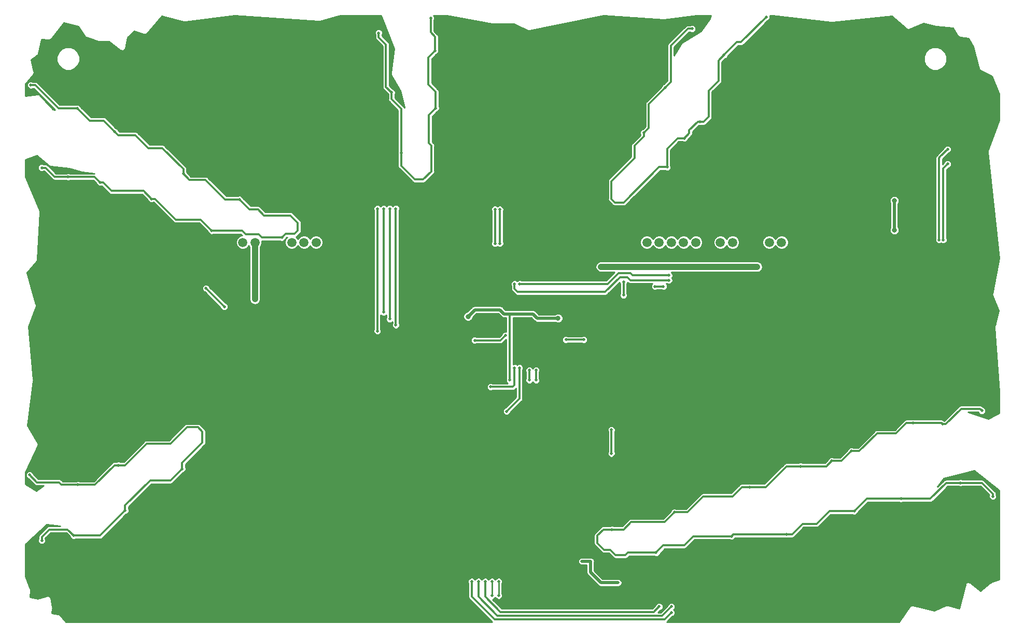
<source format=gbr>
G04 #@! TF.GenerationSoftware,KiCad,Pcbnew,(6.0.0-rc1-dev-557-ge985f797c)*
G04 #@! TF.CreationDate,2019-12-22T20:12:48+01:00*
G04 #@! TF.ProjectId,36C3_Badge_Hardware,333643335F42616467655F4861726477,1.1*
G04 #@! TF.SameCoordinates,Original*
G04 #@! TF.FileFunction,Copper,L1,Top,Signal*
G04 #@! TF.FilePolarity,Positive*
%FSLAX46Y46*%
G04 Gerber Fmt 4.6, Leading zero omitted, Abs format (unit mm)*
G04 Created by KiCad (PCBNEW (6.0.0-rc1-dev-557-ge985f797c)) date 12/22/19 20:12:48*
%MOMM*%
%LPD*%
G01*
G04 APERTURE LIST*
G04 #@! TA.AperFunction,ComponentPad*
%ADD10C,1.500000*%
G04 #@! TD*
G04 #@! TA.AperFunction,ViaPad*
%ADD11C,0.500000*%
G04 #@! TD*
G04 #@! TA.AperFunction,ViaPad*
%ADD12C,0.800000*%
G04 #@! TD*
G04 #@! TA.AperFunction,Conductor*
%ADD13C,0.500000*%
G04 #@! TD*
G04 #@! TA.AperFunction,Conductor*
%ADD14C,0.350000*%
G04 #@! TD*
G04 #@! TA.AperFunction,Conductor*
%ADD15C,0.250000*%
G04 #@! TD*
G04 #@! TA.AperFunction,Conductor*
%ADD16C,1.000000*%
G04 #@! TD*
G04 #@! TA.AperFunction,Conductor*
%ADD17C,0.254000*%
G04 #@! TD*
G04 APERTURE END LIST*
D10*
G04 #@! TO.P,VFD1,39*
G04 #@! TO.N,N/C*
X78000000Y-67500000D03*
G04 #@! TO.P,VFD1,40*
X76000000Y-67500000D03*
G04 #@! TO.P,VFD1,41*
X74000000Y-67500000D03*
G04 #@! TO.P,VFD1,44*
G04 #@! TO.N,/FIL+*
X68000000Y-67500000D03*
G04 #@! TO.P,VFD1,45*
X66000000Y-67500000D03*
G04 #@! TO.P,VFD1,12*
G04 #@! TO.N,/VFD_DIN*
X132000000Y-67500000D03*
G04 #@! TO.P,VFD1,11*
G04 #@! TO.N,/VFD_CLK*
X134000000Y-67500000D03*
G04 #@! TO.P,VFD1,10*
G04 #@! TO.N,/VFD_~CS*
X136000000Y-67500000D03*
G04 #@! TO.P,VFD1,9*
G04 #@! TO.N,/VFD_~RST*
X138000000Y-67500000D03*
G04 #@! TO.P,VFD1,8*
G04 #@! TO.N,Net-(C23-Pad1)*
X140000000Y-67500000D03*
G04 #@! TO.P,VFD1,7*
G04 #@! TO.N,GND*
X142000000Y-67500000D03*
G04 #@! TO.P,VFD1,6*
G04 #@! TO.N,+30V*
X144000000Y-67500000D03*
G04 #@! TO.P,VFD1,5*
G04 #@! TO.N,+5V*
X146000000Y-67500000D03*
G04 #@! TO.P,VFD1,2*
G04 #@! TO.N,/FIL-*
X152000000Y-67500000D03*
G04 #@! TO.P,VFD1,1*
X154000000Y-67500000D03*
G04 #@! TD*
D11*
G04 #@! TO.N,GND*
X119100000Y-114200000D03*
X124700000Y-125800000D03*
X123900000Y-125800000D03*
X123900000Y-125000000D03*
X124700000Y-125000000D03*
X124700000Y-126600000D03*
X123900000Y-126600000D03*
X123100000Y-125800000D03*
X123100000Y-125000000D03*
X123100000Y-126600000D03*
X183700000Y-115200000D03*
X174800000Y-114800000D03*
X125000000Y-118900000D03*
X124300000Y-118900000D03*
X123600000Y-118900000D03*
X133100000Y-122000000D03*
X132400000Y-122000000D03*
X131700000Y-122000000D03*
X91300000Y-114000000D03*
X90600000Y-114000000D03*
X91300000Y-114700000D03*
X90600000Y-114700000D03*
X121000000Y-114000000D03*
X121900000Y-108200000D03*
X121200000Y-108200000D03*
X120500000Y-108200000D03*
X170100000Y-118300000D03*
X181500000Y-56300000D03*
X155600000Y-54200000D03*
X155600000Y-53500000D03*
X155600000Y-52800000D03*
X137700000Y-54800000D03*
X138400000Y-54800000D03*
X99100000Y-44700000D03*
X99800000Y-44700000D03*
X46500000Y-63500000D03*
X47200000Y-63500000D03*
X33800000Y-119600000D03*
X34500000Y-119600000D03*
X158300000Y-99500000D03*
X158300000Y-98800000D03*
X93600000Y-77200000D03*
X98200000Y-77200000D03*
X107100000Y-79600000D03*
X107100000Y-81200000D03*
X112900000Y-80400000D03*
X98200000Y-78800000D03*
X98200000Y-80400000D03*
X121800000Y-78000000D03*
X133300000Y-83800000D03*
X130300000Y-83800000D03*
X131800000Y-83800000D03*
X181100000Y-53500000D03*
X79700000Y-39900000D03*
X79000000Y-39900000D03*
X70700000Y-39900000D03*
X70000000Y-39900000D03*
X61700000Y-39900000D03*
X61000000Y-39900000D03*
X52700000Y-39900000D03*
X52000000Y-39900000D03*
X184600000Y-116700000D03*
X175200000Y-123700000D03*
X174500000Y-123700000D03*
X115400000Y-122000000D03*
X114000000Y-122000000D03*
X114700000Y-122000000D03*
D12*
G04 #@! TO.N,+5V*
X117500000Y-79900000D03*
X102800000Y-79600000D03*
D11*
X109600000Y-90000000D03*
G04 #@! TO.N,VCC*
X127300000Y-123100000D03*
X126600000Y-123100000D03*
X125900000Y-123100000D03*
X122100000Y-119600000D03*
X122800000Y-119600000D03*
X121400000Y-119600000D03*
G04 #@! TO.N,/SW_RESET*
X91000000Y-62000000D03*
X108900000Y-82700000D03*
X103900000Y-83500000D03*
X91000000Y-81000000D03*
G04 #@! TO.N,/SW_BTN1*
X90000000Y-62000000D03*
X90000000Y-80000000D03*
G04 #@! TO.N,/SW_BTN2*
X89000000Y-62000000D03*
X89000000Y-78900000D03*
G04 #@! TO.N,/SW_STBY*
X88000000Y-62000000D03*
X88000000Y-82000000D03*
G04 #@! TO.N,/UART_RTS*
X134000000Y-127000000D03*
X105600000Y-122900000D03*
G04 #@! TO.N,/PMIC_~PG*
X106700000Y-125200000D03*
X106700000Y-122900000D03*
X112800000Y-88400000D03*
X112800000Y-90000000D03*
G04 #@! TO.N,/UART_RX*
X103400000Y-122900000D03*
X136000000Y-128000000D03*
G04 #@! TO.N,/UART_TX*
X104500000Y-122900000D03*
X136000000Y-127000000D03*
G04 #@! TO.N,Net-(D10-Pad1)*
X139400000Y-32600000D03*
X135000000Y-42200000D03*
X131500000Y-49600000D03*
X135300000Y-55200000D03*
X140700000Y-47800000D03*
X144600000Y-36900000D03*
X151500000Y-30700000D03*
X138100000Y-50500000D03*
G04 #@! TO.N,Net-(D14-Pad1)*
X33200000Y-55300000D03*
X37500000Y-56800000D03*
X42700000Y-57700000D03*
X51100000Y-60400000D03*
X60900000Y-65600000D03*
X65500000Y-60500000D03*
X56300000Y-56300000D03*
X45100000Y-49400000D03*
X39000000Y-45600000D03*
X31400000Y-41800000D03*
X72400000Y-66700000D03*
G04 #@! TO.N,Net-(D25-Pad1)*
X31200000Y-105500000D03*
X39100000Y-107100000D03*
X45700000Y-103900000D03*
X56100000Y-104500000D03*
X46800000Y-111300000D03*
X38400000Y-115400000D03*
X33200000Y-116200000D03*
G04 #@! TO.N,Net-(D34-Pad1)*
X188500000Y-109000000D03*
X183200000Y-106800000D03*
X173500000Y-109400000D03*
X165900000Y-111400000D03*
X154800000Y-115200000D03*
X145800000Y-115500000D03*
X133500000Y-118200000D03*
X126300000Y-114400000D03*
X136500000Y-111600000D03*
X148800000Y-107500000D03*
X157100000Y-104100000D03*
X165400000Y-101600000D03*
X175500000Y-97000000D03*
X180300000Y-97200000D03*
X186700000Y-95000000D03*
X162200000Y-103200000D03*
G04 #@! TO.N,Net-(D50-Pad1)*
X88200000Y-33300000D03*
X90300000Y-43000000D03*
X91900000Y-52900000D03*
X97500000Y-45600000D03*
X97400000Y-36200000D03*
X96700000Y-30900000D03*
G04 #@! TO.N,Net-(J2-Pad1)*
X134700000Y-74700000D03*
X133300000Y-74700000D03*
G04 #@! TO.N,/VFD_DIN*
X128200000Y-76100000D03*
X128200000Y-74000000D03*
D12*
G04 #@! TO.N,/FIL-*
X172400000Y-60700000D03*
X172400000Y-65500000D03*
G04 #@! TO.N,/FIL+*
X68000000Y-76800000D03*
X150000000Y-71500000D03*
X124500000Y-71500000D03*
D11*
G04 #@! TO.N,/LED_D3*
X108000000Y-62100000D03*
X108000000Y-67700000D03*
G04 #@! TO.N,/LED_D2*
X110400000Y-88000000D03*
X106500000Y-91100000D03*
X63000000Y-78000000D03*
X60000000Y-75000000D03*
G04 #@! TO.N,/LED_D1*
X111200000Y-88000000D03*
X109100000Y-95100000D03*
G04 #@! TO.N,/LED_H2*
X126200000Y-102000000D03*
X126200000Y-98100000D03*
X118800000Y-83400000D03*
X121700000Y-83400000D03*
G04 #@! TO.N,/LED_H1*
X107200000Y-67700000D03*
X107200000Y-62100000D03*
G04 #@! TO.N,/PMIC_STAT1_~LBO*
X107800000Y-125200000D03*
X107800000Y-122900000D03*
X113900000Y-88400000D03*
X113900000Y-90000000D03*
G04 #@! TO.N,/VFD_SUP_CLK_B*
X111200000Y-74300000D03*
X181100000Y-52300000D03*
X179700000Y-67100000D03*
X135600000Y-72900000D03*
G04 #@! TO.N,/VFD_SUP_CLK_A*
X110400000Y-74300000D03*
X181100000Y-54700000D03*
X180400000Y-67100000D03*
X135600000Y-73700000D03*
G04 #@! TD*
D13*
G04 #@! TO.N,+5V*
X117500000Y-79900000D02*
X114100000Y-79900000D01*
X114100000Y-79900000D02*
X113400000Y-79200000D01*
X108700000Y-79200000D02*
X108000000Y-78500000D01*
X108000000Y-78500000D02*
X103900000Y-78500000D01*
X103900000Y-78500000D02*
X102800000Y-79600000D01*
D14*
X109600000Y-90000000D02*
X109600000Y-79200000D01*
D13*
X113400000Y-79200000D02*
X109600000Y-79200000D01*
X109600000Y-79200000D02*
X108700000Y-79200000D01*
G04 #@! TO.N,VCC*
X127300000Y-123100000D02*
X126600000Y-123100000D01*
X126600000Y-123100000D02*
X125900000Y-123100000D01*
X125900000Y-123100000D02*
X124500000Y-123100000D01*
X122800000Y-121400000D02*
X122800000Y-119600000D01*
X124500000Y-123100000D02*
X122800000Y-121400000D01*
X122800000Y-119600000D02*
X122100000Y-119600000D01*
X122100000Y-119600000D02*
X121400000Y-119600000D01*
D14*
G04 #@! TO.N,/SW_RESET*
X91000000Y-62000000D02*
X91000000Y-78900000D01*
X108900000Y-82700000D02*
X108100000Y-83500000D01*
X108100000Y-83500000D02*
X103900000Y-83500000D01*
X91000000Y-78900000D02*
X91000000Y-81000000D01*
G04 #@! TO.N,/SW_BTN1*
X90000000Y-62000000D02*
X90000000Y-78900000D01*
X90000000Y-78900000D02*
X90000000Y-80000000D01*
G04 #@! TO.N,/SW_BTN2*
X89000000Y-62000000D02*
X89000000Y-78900000D01*
X89000000Y-78900000D02*
X89000000Y-78900000D01*
G04 #@! TO.N,/SW_STBY*
X88000000Y-62000000D02*
X88000000Y-78900000D01*
X88000000Y-78900000D02*
X88000000Y-81000000D01*
X88000000Y-81000000D02*
X88000000Y-82000000D01*
G04 #@! TO.N,/UART_RTS*
X105600000Y-125400000D02*
X105600000Y-122900000D01*
X134000000Y-127000000D02*
X133100000Y-127900000D01*
X133100000Y-127900000D02*
X108100000Y-127900000D01*
X108100000Y-127900000D02*
X105600000Y-125400000D01*
D15*
G04 #@! TO.N,/PMIC_~PG*
X106700000Y-125200000D02*
X106700000Y-122900000D01*
D14*
X112800000Y-88400000D02*
X112800000Y-90000000D01*
G04 #@! TO.N,/UART_RX*
X103400000Y-125400000D02*
X103400000Y-122900000D01*
X107100000Y-129100000D02*
X103400000Y-125400000D01*
X136000000Y-128000000D02*
X134900000Y-129100000D01*
X134900000Y-129100000D02*
X107100000Y-129100000D01*
G04 #@! TO.N,/UART_TX*
X134500000Y-128500000D02*
X136000000Y-127000000D01*
X104500000Y-122900000D02*
X104500000Y-125400000D01*
X107600000Y-128500000D02*
X104500000Y-125400000D01*
X134500000Y-128500000D02*
X107600000Y-128500000D01*
G04 #@! TO.N,Net-(D10-Pad1)*
X139400000Y-32600000D02*
X138700000Y-32600000D01*
X138700000Y-32600000D02*
X135900000Y-35400000D01*
X135900000Y-41300000D02*
X135000000Y-42200000D01*
X135900000Y-35400000D02*
X135900000Y-41300000D01*
X132300000Y-48800000D02*
X131500000Y-49600000D01*
X135000000Y-42200000D02*
X132300000Y-44900000D01*
X132300000Y-44900000D02*
X132300000Y-48800000D01*
X131500000Y-49600000D02*
X131500000Y-50200000D01*
X131500000Y-50200000D02*
X130000000Y-51700000D01*
X130000000Y-51700000D02*
X130000000Y-53700000D01*
X130000000Y-53700000D02*
X126200000Y-57500000D01*
X126200000Y-57500000D02*
X126200000Y-60400000D01*
X126200000Y-60400000D02*
X126800000Y-61000000D01*
X126800000Y-61000000D02*
X128200000Y-61000000D01*
X134000000Y-55200000D02*
X135300000Y-55200000D01*
X128200000Y-61000000D02*
X134000000Y-55200000D01*
X135300000Y-55200000D02*
X135300000Y-52200000D01*
X135300000Y-52200000D02*
X137000000Y-50500000D01*
X137000000Y-50500000D02*
X138100000Y-50500000D01*
X138100000Y-50500000D02*
X138900000Y-49700000D01*
X138900000Y-49700000D02*
X138900000Y-49200000D01*
X140300000Y-47800000D02*
X140700000Y-47800000D01*
X138900000Y-49200000D02*
X140300000Y-47800000D01*
X140700000Y-47800000D02*
X141300000Y-47800000D01*
X141300000Y-47800000D02*
X142100000Y-47000000D01*
X142100000Y-47000000D02*
X142100000Y-42700000D01*
X142100000Y-42700000D02*
X143700000Y-41100000D01*
X143700000Y-37800000D02*
X144600000Y-36900000D01*
X143700000Y-41100000D02*
X143700000Y-37800000D01*
X147400000Y-34800000D02*
X151500000Y-30700000D01*
X144600000Y-36900000D02*
X146700000Y-34800000D01*
X146700000Y-34800000D02*
X147400000Y-34800000D01*
G04 #@! TO.N,Net-(D14-Pad1)*
X33200000Y-55300000D02*
X33800000Y-55300000D01*
X35300000Y-56800000D02*
X37500000Y-56800000D01*
X33800000Y-55300000D02*
X35300000Y-56800000D01*
X41800000Y-56800000D02*
X42700000Y-57700000D01*
X37500000Y-56800000D02*
X41800000Y-56800000D01*
X42700000Y-57700000D02*
X43200000Y-57700000D01*
X43200000Y-57700000D02*
X44600000Y-59100000D01*
X49800000Y-59100000D02*
X51100000Y-60400000D01*
X44600000Y-59100000D02*
X49800000Y-59100000D01*
X51100000Y-60400000D02*
X51700000Y-60400000D01*
X51700000Y-60400000D02*
X55100000Y-63800000D01*
X59100000Y-63800000D02*
X60900000Y-65600000D01*
X55100000Y-63800000D02*
X59100000Y-63800000D01*
X60900000Y-65600000D02*
X65900000Y-65600000D01*
X65900000Y-65600000D02*
X66500000Y-66200000D01*
X66500000Y-66200000D02*
X68600000Y-66200000D01*
X65500000Y-60500000D02*
X63100000Y-60500000D01*
X63100000Y-60500000D02*
X59900000Y-57300000D01*
X57300000Y-57300000D02*
X56300000Y-56300000D01*
X59900000Y-57300000D02*
X57300000Y-57300000D01*
X56300000Y-56300000D02*
X56300000Y-55500000D01*
X56300000Y-55500000D02*
X52900000Y-52100000D01*
X52900000Y-52100000D02*
X50600000Y-52100000D01*
X50600000Y-52100000D02*
X48500000Y-50000000D01*
X45700000Y-50000000D02*
X45100000Y-49400000D01*
X48500000Y-50000000D02*
X45700000Y-50000000D01*
X41000000Y-47600000D02*
X39000000Y-45600000D01*
X45100000Y-49400000D02*
X43300000Y-47600000D01*
X43300000Y-47600000D02*
X41000000Y-47600000D01*
X39000000Y-45600000D02*
X35900000Y-45600000D01*
X32100000Y-41800000D02*
X31400000Y-41800000D01*
X35900000Y-45600000D02*
X32100000Y-41800000D01*
X73000000Y-66100000D02*
X72400000Y-66700000D01*
X74500000Y-66100000D02*
X73000000Y-66100000D01*
X67100000Y-62100000D02*
X68500000Y-62100000D01*
X65500000Y-60500000D02*
X67100000Y-62100000D01*
X68500000Y-62100000D02*
X69500000Y-63100000D01*
X69500000Y-63100000D02*
X73800000Y-63100000D01*
X73800000Y-63100000D02*
X75000000Y-64300000D01*
X75000000Y-65600000D02*
X74500000Y-66100000D01*
X75000000Y-64300000D02*
X75000000Y-65600000D01*
X69100000Y-66700000D02*
X69000000Y-66600000D01*
X72400000Y-66700000D02*
X69100000Y-66700000D01*
X68600000Y-66200000D02*
X69000000Y-66600000D01*
G04 #@! TO.N,Net-(D25-Pad1)*
X33200000Y-116200000D02*
X33200000Y-115600000D01*
X33200000Y-115600000D02*
X34400000Y-114400000D01*
X37400000Y-114400000D02*
X38400000Y-115400000D01*
X34400000Y-114400000D02*
X37400000Y-114400000D01*
X42700000Y-115400000D02*
X46800000Y-111300000D01*
X38400000Y-115400000D02*
X42700000Y-115400000D01*
X46800000Y-111300000D02*
X46800000Y-110500000D01*
X46800000Y-110500000D02*
X50900000Y-106400000D01*
X54200000Y-106400000D02*
X56100000Y-104500000D01*
X50900000Y-106400000D02*
X54200000Y-106400000D01*
X56100000Y-104500000D02*
X56100000Y-103500000D01*
X56100000Y-103500000D02*
X59400000Y-100200000D01*
X59400000Y-100200000D02*
X59400000Y-98400000D01*
X59400000Y-98400000D02*
X58700000Y-97700000D01*
X58700000Y-97700000D02*
X56900000Y-97700000D01*
X56900000Y-97700000D02*
X54200000Y-100400000D01*
X54200000Y-100400000D02*
X50300000Y-100400000D01*
X46800000Y-103900000D02*
X45700000Y-103900000D01*
X50300000Y-100400000D02*
X46800000Y-103900000D01*
X45700000Y-103900000D02*
X45100000Y-103900000D01*
X41900000Y-107100000D02*
X39100000Y-107100000D01*
X45100000Y-103900000D02*
X41900000Y-107100000D01*
X39100000Y-107100000D02*
X36400000Y-107100000D01*
X36400000Y-107100000D02*
X36000000Y-106700000D01*
X32400000Y-106700000D02*
X31200000Y-105500000D01*
X36000000Y-106700000D02*
X32400000Y-106700000D01*
G04 #@! TO.N,Net-(D34-Pad1)*
X188500000Y-109000000D02*
X188500000Y-108600000D01*
X186700000Y-106800000D02*
X183200000Y-106800000D01*
X188500000Y-108600000D02*
X186700000Y-106800000D01*
X183200000Y-106800000D02*
X180900000Y-106800000D01*
X178300000Y-109400000D02*
X173500000Y-109400000D01*
X180900000Y-106800000D02*
X178300000Y-109400000D01*
X167900000Y-109400000D02*
X165900000Y-111400000D01*
X173500000Y-109400000D02*
X167900000Y-109400000D01*
X165900000Y-111400000D02*
X161800000Y-111400000D01*
X161800000Y-111400000D02*
X159700000Y-113500000D01*
X159700000Y-113500000D02*
X157400000Y-113500000D01*
X155700000Y-115200000D02*
X154800000Y-115200000D01*
X157400000Y-113500000D02*
X155700000Y-115200000D01*
X146100000Y-115200000D02*
X145800000Y-115500000D01*
X154800000Y-115200000D02*
X146100000Y-115200000D01*
X145800000Y-115500000D02*
X139600000Y-115500000D01*
X139600000Y-115500000D02*
X138100000Y-117000000D01*
X134700000Y-117000000D02*
X133500000Y-118200000D01*
X138100000Y-117000000D02*
X134700000Y-117000000D01*
X133500000Y-118200000D02*
X128900000Y-118200000D01*
X128900000Y-118200000D02*
X128500000Y-118600000D01*
X124900000Y-114400000D02*
X126300000Y-114400000D01*
X123900000Y-115400000D02*
X124900000Y-114400000D01*
X126300000Y-114400000D02*
X128200000Y-114400000D01*
X128200000Y-114400000D02*
X129400000Y-113200000D01*
X134900000Y-113200000D02*
X136500000Y-111600000D01*
X129400000Y-113200000D02*
X134900000Y-113200000D01*
X136500000Y-111600000D02*
X138600000Y-111600000D01*
X138600000Y-111600000D02*
X141200000Y-109000000D01*
X141200000Y-109000000D02*
X146000000Y-109000000D01*
X147500000Y-107500000D02*
X148800000Y-107500000D01*
X146000000Y-109000000D02*
X147500000Y-107500000D01*
X148800000Y-107500000D02*
X151400000Y-107500000D01*
X154800000Y-104100000D02*
X157100000Y-104100000D01*
X151400000Y-107500000D02*
X154800000Y-104100000D01*
X157100000Y-104100000D02*
X161300000Y-104100000D01*
X161300000Y-104100000D02*
X162200000Y-103200000D01*
X163800000Y-103200000D02*
X165400000Y-101600000D01*
X162200000Y-103200000D02*
X163800000Y-103200000D01*
X165400000Y-101600000D02*
X166700000Y-101600000D01*
X166700000Y-101600000D02*
X169600000Y-98700000D01*
X169600000Y-98700000D02*
X172700000Y-98700000D01*
X174400000Y-97000000D02*
X175500000Y-97000000D01*
X172700000Y-98700000D02*
X174400000Y-97000000D01*
X180100000Y-97000000D02*
X180300000Y-97200000D01*
X175500000Y-97000000D02*
X180100000Y-97000000D01*
X180300000Y-97200000D02*
X180800000Y-97200000D01*
X180800000Y-97200000D02*
X183300000Y-94700000D01*
X186400000Y-94700000D02*
X186700000Y-95000000D01*
X183300000Y-94700000D02*
X186400000Y-94700000D01*
X123900000Y-115400000D02*
X123900000Y-116600000D01*
X123900000Y-116600000D02*
X125000000Y-117700000D01*
X125000000Y-117700000D02*
X126000000Y-117700000D01*
X126900000Y-118600000D02*
X128500000Y-118600000D01*
X126000000Y-117700000D02*
X126900000Y-118600000D01*
G04 #@! TO.N,Net-(D50-Pad1)*
X88200000Y-33300000D02*
X88200000Y-34000000D01*
X88200000Y-34000000D02*
X89400000Y-35200000D01*
X89400000Y-42100000D02*
X90300000Y-43000000D01*
X89400000Y-35200000D02*
X89400000Y-42100000D01*
X91900000Y-45700000D02*
X91900000Y-52900000D01*
X90300000Y-43000000D02*
X90300000Y-44100000D01*
X90300000Y-44100000D02*
X91900000Y-45700000D01*
X91900000Y-52900000D02*
X91900000Y-55000000D01*
X91900000Y-55000000D02*
X94100000Y-57200000D01*
X94100000Y-57200000D02*
X95500000Y-57200000D01*
X95500000Y-57200000D02*
X96800000Y-55900000D01*
X96800000Y-55900000D02*
X96800000Y-51700000D01*
X96800000Y-51700000D02*
X96400000Y-51300000D01*
X96400000Y-46700000D02*
X97500000Y-45600000D01*
X96400000Y-51300000D02*
X96400000Y-46700000D01*
X97500000Y-45600000D02*
X97500000Y-42900000D01*
X97500000Y-42900000D02*
X96300000Y-41700000D01*
X96300000Y-37300000D02*
X97400000Y-36200000D01*
X96300000Y-41700000D02*
X96300000Y-37300000D01*
X97400000Y-36200000D02*
X97400000Y-33900000D01*
X96700000Y-33200000D02*
X96700000Y-30900000D01*
X97400000Y-33900000D02*
X96700000Y-33200000D01*
G04 #@! TO.N,Net-(J2-Pad1)*
X134700000Y-74700000D02*
X133300000Y-74700000D01*
G04 #@! TO.N,/VFD_DIN*
X128200000Y-76100000D02*
X128200000Y-74000000D01*
D13*
G04 #@! TO.N,/FIL-*
X172400000Y-60700000D02*
X172400000Y-65500000D01*
D16*
G04 #@! TO.N,/FIL+*
X68000000Y-67500000D02*
X68000000Y-71100000D01*
X68000000Y-71100000D02*
X68000000Y-76800000D01*
X129300000Y-71500000D02*
X150000000Y-71500000D01*
X129300000Y-71500000D02*
X124500000Y-71500000D01*
D14*
G04 #@! TO.N,/LED_D3*
X108000000Y-62100000D02*
X108000000Y-67700000D01*
G04 #@! TO.N,/LED_D2*
X110400000Y-88000000D02*
X110400000Y-90800000D01*
X110400000Y-90800000D02*
X110100000Y-91100000D01*
X110100000Y-91100000D02*
X106500000Y-91100000D01*
X63000000Y-78000000D02*
X60000000Y-75000000D01*
G04 #@! TO.N,/LED_D1*
X111200000Y-88000000D02*
X111200000Y-92800000D01*
X109100000Y-95100000D02*
X111200000Y-93000000D01*
X111200000Y-93000000D02*
X111200000Y-92800000D01*
G04 #@! TO.N,/LED_H2*
X126200000Y-102000000D02*
X126200000Y-98100000D01*
X118800000Y-83400000D02*
X121700000Y-83400000D01*
G04 #@! TO.N,/LED_H1*
X107200000Y-67700000D02*
X107200000Y-62100000D01*
D15*
G04 #@! TO.N,/PMIC_STAT1_~LBO*
X107800000Y-125200000D02*
X107800000Y-122900000D01*
D14*
X113900000Y-88400000D02*
X113900000Y-90000000D01*
G04 #@! TO.N,/VFD_SUP_CLK_B*
X181100000Y-52300000D02*
X179900000Y-53500000D01*
X179900000Y-53500000D02*
X179700000Y-53700000D01*
X179700000Y-67100000D02*
X179700000Y-67100000D01*
X179700000Y-53700000D02*
X179700000Y-67100000D01*
X135600000Y-72900000D02*
X129700000Y-72900000D01*
X129700000Y-72900000D02*
X129300000Y-72500000D01*
X129300000Y-72500000D02*
X127400000Y-72500000D01*
X125600000Y-74300000D02*
X111200000Y-74300000D01*
X127400000Y-72500000D02*
X125600000Y-74300000D01*
G04 #@! TO.N,/VFD_SUP_CLK_A*
X181100000Y-54700000D02*
X180400000Y-55400000D01*
X180400000Y-55400000D02*
X180400000Y-67100000D01*
X180400000Y-67100000D02*
X180400000Y-67100000D01*
X135600000Y-73700000D02*
X129300000Y-73700000D01*
X129300000Y-73700000D02*
X128800000Y-73200000D01*
X128800000Y-73200000D02*
X127600000Y-73200000D01*
X127600000Y-73200000D02*
X125200000Y-75600000D01*
X125200000Y-75600000D02*
X110900000Y-75600000D01*
X110400000Y-75100000D02*
X110400000Y-74300000D01*
X110900000Y-75600000D02*
X110400000Y-75100000D01*
G04 #@! TD*
D17*
G04 #@! TO.N,GND*
G36*
X90737644Y-35909259D02*
X90214265Y-39779865D01*
X90206613Y-39795415D01*
X90201520Y-39874124D01*
X90197420Y-39904442D01*
X90198466Y-39921308D01*
X90194256Y-39986368D01*
X90204339Y-40015990D01*
X90206276Y-40047220D01*
X90234908Y-40105795D01*
X90240352Y-40121790D01*
X90255667Y-40148265D01*
X90290308Y-40219135D01*
X90303300Y-40230609D01*
X91751931Y-42734889D01*
X92413812Y-45398413D01*
X92432372Y-45526457D01*
X92423740Y-45483060D01*
X92423740Y-45483059D01*
X92331871Y-45345568D01*
X92331870Y-45345567D01*
X92300853Y-45299147D01*
X92254434Y-45268131D01*
X90856000Y-43869698D01*
X90856000Y-43306580D01*
X90931000Y-43125514D01*
X90931000Y-42874486D01*
X90834936Y-42642567D01*
X90657433Y-42465064D01*
X90476365Y-42390063D01*
X89956000Y-41869698D01*
X89956000Y-35254752D01*
X89966891Y-35199999D01*
X89956000Y-35145246D01*
X89956000Y-35145242D01*
X89923740Y-34983060D01*
X89800853Y-34799147D01*
X89754431Y-34768129D01*
X88756000Y-33769698D01*
X88756000Y-33606580D01*
X88831000Y-33425514D01*
X88831000Y-33174486D01*
X88734936Y-32942567D01*
X88557433Y-32765064D01*
X88325514Y-32669000D01*
X88074486Y-32669000D01*
X87842567Y-32765064D01*
X87665064Y-32942567D01*
X87569000Y-33174486D01*
X87569000Y-33425514D01*
X87644000Y-33606580D01*
X87644000Y-33945247D01*
X87633109Y-34000000D01*
X87644000Y-34054753D01*
X87644000Y-34054758D01*
X87665828Y-34164491D01*
X87676261Y-34216940D01*
X87768129Y-34354431D01*
X87768131Y-34354433D01*
X87799148Y-34400853D01*
X87845568Y-34431870D01*
X88844000Y-35430302D01*
X88844001Y-42045242D01*
X88833109Y-42100000D01*
X88876261Y-42316940D01*
X88968129Y-42454431D01*
X88968131Y-42454433D01*
X88999148Y-42500853D01*
X89045568Y-42531870D01*
X89690063Y-43176365D01*
X89744000Y-43306581D01*
X89744001Y-44045243D01*
X89733109Y-44100000D01*
X89776261Y-44316940D01*
X89868129Y-44454431D01*
X89868131Y-44454433D01*
X89899148Y-44500853D01*
X89945568Y-44531870D01*
X91344000Y-45930303D01*
X91344001Y-52593418D01*
X91269000Y-52774486D01*
X91269000Y-53025514D01*
X91344000Y-53206580D01*
X91344001Y-54945242D01*
X91333109Y-55000000D01*
X91344001Y-55054758D01*
X91365190Y-55161281D01*
X91376261Y-55216940D01*
X91468129Y-55354431D01*
X91468131Y-55354433D01*
X91499148Y-55400853D01*
X91545568Y-55431870D01*
X93668130Y-57554433D01*
X93699147Y-57600853D01*
X93745567Y-57631870D01*
X93745568Y-57631871D01*
X93761739Y-57642676D01*
X93883060Y-57723740D01*
X94045242Y-57756000D01*
X94045247Y-57756000D01*
X94100000Y-57766891D01*
X94154753Y-57756000D01*
X95445247Y-57756000D01*
X95500000Y-57766891D01*
X95554753Y-57756000D01*
X95554758Y-57756000D01*
X95716940Y-57723740D01*
X95900853Y-57600853D01*
X95931872Y-57554430D01*
X97154434Y-56331869D01*
X97200853Y-56300853D01*
X97231871Y-56254432D01*
X97323740Y-56116941D01*
X97366892Y-55900000D01*
X97356000Y-55845242D01*
X97356000Y-51754752D01*
X97366891Y-51699999D01*
X97356000Y-51645246D01*
X97356000Y-51645242D01*
X97323740Y-51483060D01*
X97200853Y-51299147D01*
X97154430Y-51268128D01*
X96956000Y-51069698D01*
X96956000Y-46930302D01*
X97676367Y-46209936D01*
X97857433Y-46134936D01*
X98034936Y-45957433D01*
X98131000Y-45725514D01*
X98131000Y-45474486D01*
X98056000Y-45293420D01*
X98056000Y-42954752D01*
X98066891Y-42899999D01*
X98056000Y-42845246D01*
X98056000Y-42845242D01*
X98023740Y-42683060D01*
X97900853Y-42499147D01*
X97854430Y-42468128D01*
X96856000Y-41469698D01*
X96856000Y-37530302D01*
X97576367Y-36809936D01*
X97757433Y-36734936D01*
X97934936Y-36557433D01*
X98031000Y-36325514D01*
X98031000Y-36074486D01*
X97956000Y-35893420D01*
X97956000Y-33954752D01*
X97966891Y-33899999D01*
X97956000Y-33845246D01*
X97956000Y-33845242D01*
X97923740Y-33683060D01*
X97800853Y-33499147D01*
X97754430Y-33468128D01*
X97256000Y-32969698D01*
X97256000Y-31206580D01*
X97331000Y-31025514D01*
X97331000Y-30774486D01*
X97234936Y-30542567D01*
X97177852Y-30485483D01*
X99389803Y-30485483D01*
X106742756Y-31822534D01*
X106785317Y-31831000D01*
X106789313Y-31831000D01*
X106793245Y-31831715D01*
X106836635Y-31831000D01*
X110311220Y-31831000D01*
X112397585Y-32825572D01*
X112406579Y-32834583D01*
X112483558Y-32866556D01*
X112515216Y-32881647D01*
X112527236Y-32884697D01*
X112583296Y-32907981D01*
X112619137Y-32908015D01*
X112653874Y-32916829D01*
X112713944Y-32908105D01*
X112726348Y-32908117D01*
X112760757Y-32901307D01*
X112843241Y-32889328D01*
X112854181Y-32882816D01*
X124950591Y-30488703D01*
X134754325Y-31156927D01*
X134800259Y-31160079D01*
X134800364Y-31160065D01*
X134800475Y-31160073D01*
X134847417Y-31154017D01*
X140048300Y-30485483D01*
X142465919Y-30485483D01*
X142315928Y-30946986D01*
X140799940Y-32972781D01*
X137778001Y-34855625D01*
X137716550Y-34884719D01*
X137665457Y-34941137D01*
X137609967Y-34993201D01*
X137581969Y-35055140D01*
X136456000Y-36935449D01*
X136456000Y-35630302D01*
X138930303Y-33156000D01*
X139093420Y-33156000D01*
X139274486Y-33231000D01*
X139525514Y-33231000D01*
X139757433Y-33134936D01*
X139934936Y-32957433D01*
X140031000Y-32725514D01*
X140031000Y-32474486D01*
X139934936Y-32242567D01*
X139757433Y-32065064D01*
X139525514Y-31969000D01*
X139274486Y-31969000D01*
X139093420Y-32044000D01*
X138754753Y-32044000D01*
X138700000Y-32033109D01*
X138645247Y-32044000D01*
X138645242Y-32044000D01*
X138483060Y-32076260D01*
X138451988Y-32097022D01*
X138345568Y-32168129D01*
X138345567Y-32168130D01*
X138299147Y-32199147D01*
X138268130Y-32245567D01*
X135545570Y-34968128D01*
X135499147Y-34999147D01*
X135376260Y-35183061D01*
X135344000Y-35345243D01*
X135344000Y-35345247D01*
X135333109Y-35400000D01*
X135344000Y-35454753D01*
X135344001Y-41069697D01*
X134823635Y-41590063D01*
X134642567Y-41665064D01*
X134465064Y-41842567D01*
X134390064Y-42023633D01*
X131945570Y-44468128D01*
X131899147Y-44499147D01*
X131776260Y-44683061D01*
X131744000Y-44845243D01*
X131744000Y-44845247D01*
X131733109Y-44900000D01*
X131744000Y-44954753D01*
X131744001Y-48569696D01*
X131323634Y-48990064D01*
X131142567Y-49065064D01*
X130965064Y-49242567D01*
X130869000Y-49474486D01*
X130869000Y-49725514D01*
X130944000Y-49906580D01*
X130944000Y-49969698D01*
X129645570Y-51268128D01*
X129599147Y-51299147D01*
X129476260Y-51483061D01*
X129444000Y-51645243D01*
X129444000Y-51645247D01*
X129433109Y-51700000D01*
X129444000Y-51754753D01*
X129444001Y-53469696D01*
X125845570Y-57068128D01*
X125799147Y-57099147D01*
X125676260Y-57283061D01*
X125644000Y-57445243D01*
X125644000Y-57445247D01*
X125633109Y-57500000D01*
X125644000Y-57554753D01*
X125644001Y-60345242D01*
X125633109Y-60400000D01*
X125676261Y-60616940D01*
X125768129Y-60754431D01*
X125768131Y-60754433D01*
X125799148Y-60800853D01*
X125845567Y-60831870D01*
X126368130Y-61354433D01*
X126399147Y-61400853D01*
X126445567Y-61431870D01*
X126445568Y-61431871D01*
X126495245Y-61465064D01*
X126583060Y-61523740D01*
X126745242Y-61556000D01*
X126745246Y-61556000D01*
X126799999Y-61566891D01*
X126854752Y-61556000D01*
X128145247Y-61556000D01*
X128200000Y-61566891D01*
X128254753Y-61556000D01*
X128254758Y-61556000D01*
X128416940Y-61523740D01*
X128600853Y-61400853D01*
X128631872Y-61354430D01*
X129441653Y-60544649D01*
X171619000Y-60544649D01*
X171619000Y-60855351D01*
X171737900Y-61142401D01*
X171769000Y-61173501D01*
X171769001Y-65026498D01*
X171737900Y-65057599D01*
X171619000Y-65344649D01*
X171619000Y-65655351D01*
X171737900Y-65942401D01*
X171957599Y-66162100D01*
X172244649Y-66281000D01*
X172555351Y-66281000D01*
X172842401Y-66162100D01*
X173062100Y-65942401D01*
X173181000Y-65655351D01*
X173181000Y-65344649D01*
X173062100Y-65057599D01*
X173031000Y-65026499D01*
X173031000Y-61173501D01*
X173062100Y-61142401D01*
X173181000Y-60855351D01*
X173181000Y-60544649D01*
X173062100Y-60257599D01*
X172842401Y-60037900D01*
X172555351Y-59919000D01*
X172244649Y-59919000D01*
X171957599Y-60037900D01*
X171737900Y-60257599D01*
X171619000Y-60544649D01*
X129441653Y-60544649D01*
X134230303Y-55756000D01*
X134993420Y-55756000D01*
X135174486Y-55831000D01*
X135425514Y-55831000D01*
X135657433Y-55734936D01*
X135834936Y-55557433D01*
X135931000Y-55325514D01*
X135931000Y-55074486D01*
X135856000Y-54893420D01*
X135856000Y-52430302D01*
X137230303Y-51056000D01*
X137793420Y-51056000D01*
X137974486Y-51131000D01*
X138225514Y-51131000D01*
X138457433Y-51034936D01*
X138634936Y-50857433D01*
X138709936Y-50676366D01*
X139254433Y-50131869D01*
X139300853Y-50100853D01*
X139336942Y-50046843D01*
X139390364Y-49966891D01*
X139423740Y-49916940D01*
X139456000Y-49754758D01*
X139456000Y-49754753D01*
X139466891Y-49700000D01*
X139456000Y-49645247D01*
X139456000Y-49430302D01*
X140490211Y-48396092D01*
X140574486Y-48431000D01*
X140825514Y-48431000D01*
X141006580Y-48356000D01*
X141245247Y-48356000D01*
X141300000Y-48366891D01*
X141354753Y-48356000D01*
X141354758Y-48356000D01*
X141516940Y-48323740D01*
X141700853Y-48200853D01*
X141731872Y-48154430D01*
X142454433Y-47431869D01*
X142500853Y-47400853D01*
X142532371Y-47353684D01*
X142590364Y-47266891D01*
X142623740Y-47216940D01*
X142656000Y-47054758D01*
X142656000Y-47054753D01*
X142666891Y-47000000D01*
X142656000Y-46945247D01*
X142656000Y-42930302D01*
X144054434Y-41531869D01*
X144100853Y-41500853D01*
X144165805Y-41403646D01*
X144223740Y-41316941D01*
X144234401Y-41263342D01*
X144256000Y-41154758D01*
X144256000Y-41154754D01*
X144266891Y-41100000D01*
X144256000Y-41045246D01*
X144256000Y-38030302D01*
X144776365Y-37509937D01*
X144957433Y-37434936D01*
X145134936Y-37257433D01*
X145189441Y-37125846D01*
X177219000Y-37125846D01*
X177219000Y-37874154D01*
X177505365Y-38565501D01*
X178034499Y-39094635D01*
X178725846Y-39381000D01*
X179474154Y-39381000D01*
X180165501Y-39094635D01*
X180694635Y-38565501D01*
X180981000Y-37874154D01*
X180981000Y-37125846D01*
X180694635Y-36434499D01*
X180165501Y-35905365D01*
X179474154Y-35619000D01*
X178725846Y-35619000D01*
X178034499Y-35905365D01*
X177505365Y-36434499D01*
X177219000Y-37125846D01*
X145189441Y-37125846D01*
X145209937Y-37076365D01*
X146930302Y-35356000D01*
X147345247Y-35356000D01*
X147400000Y-35366891D01*
X147454753Y-35356000D01*
X147454758Y-35356000D01*
X147616940Y-35323740D01*
X147800853Y-35200853D01*
X147831872Y-35154430D01*
X151676367Y-31309936D01*
X151857433Y-31234936D01*
X152034936Y-31057433D01*
X152131000Y-30825514D01*
X152131000Y-30574486D01*
X152094134Y-30485483D01*
X152548172Y-30485483D01*
X162072655Y-31519012D01*
X162076362Y-31520961D01*
X162167589Y-31529314D01*
X162210703Y-31533992D01*
X162214763Y-31533633D01*
X162218818Y-31534004D01*
X162261900Y-31529462D01*
X162353199Y-31521383D01*
X162356914Y-31519444D01*
X171978620Y-30505003D01*
X174330107Y-32581246D01*
X174348317Y-32608578D01*
X174401190Y-32644008D01*
X174412711Y-32654181D01*
X174440495Y-32670347D01*
X174507280Y-32715100D01*
X174522729Y-32718195D01*
X174536357Y-32726124D01*
X174616063Y-32736890D01*
X174694906Y-32752683D01*
X174710370Y-32749628D01*
X174725988Y-32751738D01*
X174803722Y-32731190D01*
X174835246Y-32724963D01*
X174849450Y-32719102D01*
X174910987Y-32702835D01*
X174937112Y-32682928D01*
X177190330Y-31753141D01*
X179179480Y-32251575D01*
X179214358Y-32262025D01*
X179225355Y-32263070D01*
X179236066Y-32265754D01*
X179272420Y-32267543D01*
X181959196Y-32522894D01*
X182779387Y-33731893D01*
X182806618Y-33787443D01*
X182868268Y-33841768D01*
X182926813Y-33899496D01*
X182939728Y-33904739D01*
X182950184Y-33913953D01*
X183027958Y-33940560D01*
X183104112Y-33971477D01*
X183165981Y-33971042D01*
X184545959Y-34156049D01*
X185273678Y-35510165D01*
X186217218Y-39087650D01*
X186226768Y-39154643D01*
X186265672Y-39220395D01*
X186299203Y-39289067D01*
X186314092Y-39302228D01*
X186324210Y-39319328D01*
X186385326Y-39365195D01*
X186442574Y-39415798D01*
X186506569Y-39437803D01*
X188358851Y-40326759D01*
X189517952Y-43195951D01*
X189517951Y-47577082D01*
X187656011Y-52541537D01*
X187625291Y-52600584D01*
X187618553Y-52677817D01*
X187606014Y-52754315D01*
X187621202Y-52819114D01*
X189512950Y-70053633D01*
X188395339Y-75913330D01*
X188376886Y-76004278D01*
X188386672Y-76054477D01*
X188387075Y-76105621D01*
X188423269Y-76191088D01*
X189429227Y-78646231D01*
X188808517Y-81095157D01*
X188793572Y-81121312D01*
X188785206Y-81187126D01*
X188780773Y-81204618D01*
X188779246Y-81234018D01*
X188775534Y-81263223D01*
X188776795Y-81281224D01*
X188773354Y-81347477D01*
X188783423Y-81375868D01*
X189517952Y-91863828D01*
X189517951Y-95408532D01*
X187772573Y-96305249D01*
X184436283Y-95256000D01*
X186123049Y-95256000D01*
X186165064Y-95357433D01*
X186342567Y-95534936D01*
X186574486Y-95631000D01*
X186825514Y-95631000D01*
X187057433Y-95534936D01*
X187234936Y-95357433D01*
X187331000Y-95125514D01*
X187331000Y-94874486D01*
X187234936Y-94642567D01*
X187057433Y-94465064D01*
X186876365Y-94390063D01*
X186831872Y-94345570D01*
X186800853Y-94299147D01*
X186616940Y-94176260D01*
X186454758Y-94144000D01*
X186454753Y-94144000D01*
X186400000Y-94133109D01*
X186345247Y-94144000D01*
X183354753Y-94144000D01*
X183300000Y-94133109D01*
X183245247Y-94144000D01*
X183245242Y-94144000D01*
X183083060Y-94176260D01*
X183083058Y-94176261D01*
X183083059Y-94176261D01*
X182945568Y-94268129D01*
X182945567Y-94268130D01*
X182899147Y-94299147D01*
X182868130Y-94345567D01*
X180580500Y-96633197D01*
X180501832Y-96600612D01*
X180500853Y-96599147D01*
X180316940Y-96476260D01*
X180154758Y-96444000D01*
X180154753Y-96444000D01*
X180100000Y-96433109D01*
X180045247Y-96444000D01*
X175806580Y-96444000D01*
X175625514Y-96369000D01*
X175374486Y-96369000D01*
X175193420Y-96444000D01*
X174454752Y-96444000D01*
X174399999Y-96433109D01*
X174345246Y-96444000D01*
X174345242Y-96444000D01*
X174183060Y-96476260D01*
X174121829Y-96517173D01*
X174045568Y-96568129D01*
X174045567Y-96568130D01*
X173999147Y-96599147D01*
X173968130Y-96645567D01*
X172469698Y-98144000D01*
X169654752Y-98144000D01*
X169599999Y-98133109D01*
X169545246Y-98144000D01*
X169545242Y-98144000D01*
X169383060Y-98176260D01*
X169199147Y-98299147D01*
X169168129Y-98345569D01*
X166469698Y-101044000D01*
X165706580Y-101044000D01*
X165525514Y-100969000D01*
X165274486Y-100969000D01*
X165042567Y-101065064D01*
X164865064Y-101242567D01*
X164790064Y-101423633D01*
X163569698Y-102644000D01*
X162506580Y-102644000D01*
X162325514Y-102569000D01*
X162074486Y-102569000D01*
X161842567Y-102665064D01*
X161665064Y-102842567D01*
X161590063Y-103023635D01*
X161069698Y-103544000D01*
X157406580Y-103544000D01*
X157225514Y-103469000D01*
X156974486Y-103469000D01*
X156793420Y-103544000D01*
X154854752Y-103544000D01*
X154799999Y-103533109D01*
X154745246Y-103544000D01*
X154745242Y-103544000D01*
X154583060Y-103576260D01*
X154583058Y-103576261D01*
X154583059Y-103576261D01*
X154445568Y-103668129D01*
X154445567Y-103668130D01*
X154399147Y-103699147D01*
X154368130Y-103745567D01*
X151169698Y-106944000D01*
X149106580Y-106944000D01*
X148925514Y-106869000D01*
X148674486Y-106869000D01*
X148493420Y-106944000D01*
X147554752Y-106944000D01*
X147499999Y-106933109D01*
X147445246Y-106944000D01*
X147445242Y-106944000D01*
X147283060Y-106976260D01*
X147099147Y-107099147D01*
X147068129Y-107145569D01*
X145769698Y-108444000D01*
X141254752Y-108444000D01*
X141199999Y-108433109D01*
X141145246Y-108444000D01*
X141145242Y-108444000D01*
X140983060Y-108476260D01*
X140799147Y-108599147D01*
X140768129Y-108645569D01*
X138369698Y-111044000D01*
X136806580Y-111044000D01*
X136625514Y-110969000D01*
X136374486Y-110969000D01*
X136142567Y-111065064D01*
X135965064Y-111242567D01*
X135890064Y-111423633D01*
X134669698Y-112644000D01*
X129454752Y-112644000D01*
X129399999Y-112633109D01*
X129345246Y-112644000D01*
X129345242Y-112644000D01*
X129183060Y-112676260D01*
X128999147Y-112799147D01*
X128968129Y-112845569D01*
X127969698Y-113844000D01*
X126606580Y-113844000D01*
X126425514Y-113769000D01*
X126174486Y-113769000D01*
X125993420Y-113844000D01*
X124954758Y-113844000D01*
X124900000Y-113833108D01*
X124683059Y-113876260D01*
X124545568Y-113968129D01*
X124545567Y-113968130D01*
X124499147Y-113999147D01*
X124468130Y-114045567D01*
X123545570Y-114968128D01*
X123499147Y-114999147D01*
X123376260Y-115183061D01*
X123344000Y-115345243D01*
X123344000Y-115345247D01*
X123333109Y-115400000D01*
X123344000Y-115454753D01*
X123344001Y-116545243D01*
X123333109Y-116600000D01*
X123376261Y-116816940D01*
X123468129Y-116954431D01*
X123468131Y-116954433D01*
X123499148Y-117000853D01*
X123545568Y-117031870D01*
X124568130Y-118054433D01*
X124599147Y-118100853D01*
X124645567Y-118131870D01*
X124645568Y-118131871D01*
X124650320Y-118135046D01*
X124783060Y-118223740D01*
X124945242Y-118256000D01*
X124945247Y-118256000D01*
X125000000Y-118266891D01*
X125054753Y-118256000D01*
X125769698Y-118256000D01*
X126468128Y-118954430D01*
X126499147Y-119000853D01*
X126683060Y-119123740D01*
X126845242Y-119156000D01*
X126845246Y-119156000D01*
X126899999Y-119166891D01*
X126954752Y-119156000D01*
X128445247Y-119156000D01*
X128500000Y-119166891D01*
X128554753Y-119156000D01*
X128554758Y-119156000D01*
X128716940Y-119123740D01*
X128900853Y-119000853D01*
X128931872Y-118954430D01*
X129130302Y-118756000D01*
X133193420Y-118756000D01*
X133374486Y-118831000D01*
X133625514Y-118831000D01*
X133857433Y-118734936D01*
X134034936Y-118557433D01*
X134109937Y-118376365D01*
X134930302Y-117556000D01*
X138045247Y-117556000D01*
X138100000Y-117566891D01*
X138154753Y-117556000D01*
X138154758Y-117556000D01*
X138316940Y-117523740D01*
X138500853Y-117400853D01*
X138531872Y-117354430D01*
X139830302Y-116056000D01*
X145493420Y-116056000D01*
X145674486Y-116131000D01*
X145925514Y-116131000D01*
X146157433Y-116034936D01*
X146334936Y-115857433D01*
X146376951Y-115756000D01*
X154493420Y-115756000D01*
X154674486Y-115831000D01*
X154925514Y-115831000D01*
X155106580Y-115756000D01*
X155645247Y-115756000D01*
X155700000Y-115766891D01*
X155754753Y-115756000D01*
X155754758Y-115756000D01*
X155916940Y-115723740D01*
X156100853Y-115600853D01*
X156131872Y-115554430D01*
X157630303Y-114056000D01*
X159645247Y-114056000D01*
X159700000Y-114066891D01*
X159754753Y-114056000D01*
X159754758Y-114056000D01*
X159916940Y-114023740D01*
X160100853Y-113900853D01*
X160131872Y-113854430D01*
X162030302Y-111956000D01*
X165593420Y-111956000D01*
X165774486Y-112031000D01*
X166025514Y-112031000D01*
X166257433Y-111934936D01*
X166434936Y-111757433D01*
X166509937Y-111576366D01*
X168130303Y-109956000D01*
X173193420Y-109956000D01*
X173374486Y-110031000D01*
X173625514Y-110031000D01*
X173806580Y-109956000D01*
X178245247Y-109956000D01*
X178300000Y-109966891D01*
X178354753Y-109956000D01*
X178354758Y-109956000D01*
X178516940Y-109923740D01*
X178700853Y-109800853D01*
X178731872Y-109754430D01*
X181130302Y-107356000D01*
X182893420Y-107356000D01*
X183074486Y-107431000D01*
X183325514Y-107431000D01*
X183506580Y-107356000D01*
X186469698Y-107356000D01*
X187903908Y-108790210D01*
X187869000Y-108874486D01*
X187869000Y-109125514D01*
X187965064Y-109357433D01*
X188142567Y-109534936D01*
X188374486Y-109631000D01*
X188625514Y-109631000D01*
X188857433Y-109534936D01*
X189034936Y-109357433D01*
X189131000Y-109125514D01*
X189131000Y-108874486D01*
X189056000Y-108693420D01*
X189056000Y-108654752D01*
X189066891Y-108599999D01*
X189056000Y-108545246D01*
X189056000Y-108545243D01*
X189023740Y-108383060D01*
X188900853Y-108199147D01*
X188854430Y-108168128D01*
X187131872Y-106445570D01*
X187100853Y-106399147D01*
X186916940Y-106276260D01*
X186754758Y-106244000D01*
X186754753Y-106244000D01*
X186700000Y-106233109D01*
X186645247Y-106244000D01*
X183506580Y-106244000D01*
X183325514Y-106169000D01*
X183074486Y-106169000D01*
X182893420Y-106244000D01*
X180954752Y-106244000D01*
X180899999Y-106233109D01*
X180845246Y-106244000D01*
X180845242Y-106244000D01*
X180683060Y-106276260D01*
X180499147Y-106399147D01*
X180468128Y-106445570D01*
X179489376Y-107424322D01*
X180498844Y-106090037D01*
X185431064Y-104768690D01*
X189517952Y-108043861D01*
X189517951Y-122573780D01*
X188281278Y-123002072D01*
X188240909Y-123006341D01*
X188191732Y-123033084D01*
X188184472Y-123035598D01*
X188150153Y-123055694D01*
X188115237Y-123074682D01*
X188109337Y-123079596D01*
X188061027Y-123107885D01*
X188036513Y-123140243D01*
X186498358Y-124421210D01*
X184789470Y-123111815D01*
X184752512Y-123071823D01*
X184671152Y-123034303D01*
X184590800Y-122994747D01*
X184584489Y-122994338D01*
X184578745Y-122991689D01*
X184489216Y-122988160D01*
X184399849Y-122982365D01*
X184393864Y-122984401D01*
X184387540Y-122984152D01*
X184303485Y-123015150D01*
X184218693Y-123043998D01*
X184213939Y-123048173D01*
X184208006Y-123050361D01*
X184142221Y-123111156D01*
X184074913Y-123170266D01*
X184072120Y-123175939D01*
X184067474Y-123180233D01*
X184029953Y-123261595D01*
X183990398Y-123341945D01*
X183986875Y-123396279D01*
X183045045Y-127317089D01*
X181257276Y-126804374D01*
X181238430Y-126791998D01*
X181165943Y-126778180D01*
X181141443Y-126771154D01*
X181119522Y-126769331D01*
X181050462Y-126756167D01*
X181024900Y-126761464D01*
X180998883Y-126759301D01*
X180931929Y-126780731D01*
X180910385Y-126785195D01*
X180886908Y-126795140D01*
X180816637Y-126817631D01*
X180799431Y-126832196D01*
X178919735Y-127628445D01*
X175455430Y-126803984D01*
X175406942Y-126782848D01*
X175315850Y-126781175D01*
X175224772Y-126777777D01*
X175220341Y-126779422D01*
X175215621Y-126779335D01*
X175130813Y-126812652D01*
X175045378Y-126844363D01*
X175041917Y-126847575D01*
X175037518Y-126849303D01*
X174971888Y-126912566D01*
X174905119Y-126974531D01*
X174883071Y-127022607D01*
X173144896Y-129523306D01*
X135267250Y-129523306D01*
X135300853Y-129500853D01*
X135331872Y-129454430D01*
X136176367Y-128609936D01*
X136357433Y-128534936D01*
X136534936Y-128357433D01*
X136631000Y-128125514D01*
X136631000Y-127874486D01*
X136534936Y-127642567D01*
X136392369Y-127500000D01*
X136534936Y-127357433D01*
X136631000Y-127125514D01*
X136631000Y-126874486D01*
X136534936Y-126642567D01*
X136357433Y-126465064D01*
X136125514Y-126369000D01*
X135874486Y-126369000D01*
X135642567Y-126465064D01*
X135465064Y-126642567D01*
X135390063Y-126823635D01*
X134269698Y-127944000D01*
X133842302Y-127944000D01*
X134176365Y-127609937D01*
X134357433Y-127534936D01*
X134534936Y-127357433D01*
X134631000Y-127125514D01*
X134631000Y-126874486D01*
X134534936Y-126642567D01*
X134357433Y-126465064D01*
X134125514Y-126369000D01*
X133874486Y-126369000D01*
X133642567Y-126465064D01*
X133465064Y-126642567D01*
X133390063Y-126823635D01*
X132869698Y-127344000D01*
X108330303Y-127344000D01*
X106817302Y-125831000D01*
X106825514Y-125831000D01*
X107057433Y-125734936D01*
X107234936Y-125557433D01*
X107250000Y-125521065D01*
X107265064Y-125557433D01*
X107442567Y-125734936D01*
X107674486Y-125831000D01*
X107925514Y-125831000D01*
X108157433Y-125734936D01*
X108334936Y-125557433D01*
X108431000Y-125325514D01*
X108431000Y-125074486D01*
X108334936Y-124842567D01*
X108306000Y-124813631D01*
X108306000Y-123286369D01*
X108334936Y-123257433D01*
X108431000Y-123025514D01*
X108431000Y-122774486D01*
X108334936Y-122542567D01*
X108157433Y-122365064D01*
X107925514Y-122269000D01*
X107674486Y-122269000D01*
X107442567Y-122365064D01*
X107265064Y-122542567D01*
X107250000Y-122578935D01*
X107234936Y-122542567D01*
X107057433Y-122365064D01*
X106825514Y-122269000D01*
X106574486Y-122269000D01*
X106342567Y-122365064D01*
X106165064Y-122542567D01*
X106150000Y-122578935D01*
X106134936Y-122542567D01*
X105957433Y-122365064D01*
X105725514Y-122269000D01*
X105474486Y-122269000D01*
X105242567Y-122365064D01*
X105065064Y-122542567D01*
X105050000Y-122578935D01*
X105034936Y-122542567D01*
X104857433Y-122365064D01*
X104625514Y-122269000D01*
X104374486Y-122269000D01*
X104142567Y-122365064D01*
X103965064Y-122542567D01*
X103950000Y-122578935D01*
X103934936Y-122542567D01*
X103757433Y-122365064D01*
X103525514Y-122269000D01*
X103274486Y-122269000D01*
X103042567Y-122365064D01*
X102865064Y-122542567D01*
X102769000Y-122774486D01*
X102769000Y-123025514D01*
X102844001Y-123206582D01*
X102844000Y-125345247D01*
X102833109Y-125400000D01*
X102844000Y-125454753D01*
X102844000Y-125454757D01*
X102876260Y-125616939D01*
X102999147Y-125800853D01*
X103045570Y-125831872D01*
X106668128Y-129454430D01*
X106699147Y-129500853D01*
X106732750Y-129523306D01*
X37153228Y-129523306D01*
X36172504Y-128426226D01*
X36161553Y-128402993D01*
X36109227Y-128355441D01*
X36094288Y-128338730D01*
X36074244Y-128323651D01*
X36019940Y-128274301D01*
X35998327Y-128266536D01*
X35979974Y-128252728D01*
X35908916Y-128234411D01*
X35885313Y-128225930D01*
X35863147Y-128222612D01*
X35794678Y-128204962D01*
X35769246Y-128208556D01*
X34833039Y-128068420D01*
X34951338Y-127346263D01*
X34967369Y-127306051D01*
X34966657Y-127252749D01*
X34967465Y-127247816D01*
X34966025Y-127205457D01*
X34965458Y-127163011D01*
X34964416Y-127158114D01*
X34962605Y-127104846D01*
X34944692Y-127065443D01*
X34638125Y-125625061D01*
X34632282Y-125558924D01*
X34596352Y-125490046D01*
X34565665Y-125418672D01*
X34552365Y-125405723D01*
X34543781Y-125389267D01*
X34484223Y-125339379D01*
X34428561Y-125285185D01*
X34411320Y-125278312D01*
X34397091Y-125266393D01*
X34322985Y-125243096D01*
X34250812Y-125214324D01*
X34232250Y-125214572D01*
X34214545Y-125209006D01*
X34137157Y-125215843D01*
X34059476Y-125216881D01*
X33998482Y-125243105D01*
X32524835Y-125673995D01*
X31240098Y-125486661D01*
X31336016Y-124372255D01*
X31349645Y-124306564D01*
X31335245Y-124230926D01*
X31326755Y-124154402D01*
X31294404Y-124095630D01*
X30479791Y-122082327D01*
X30479791Y-119600000D01*
X120756638Y-119600000D01*
X120769000Y-119662148D01*
X120769000Y-119725514D01*
X120793249Y-119784057D01*
X120805611Y-119846204D01*
X120840815Y-119898891D01*
X120865064Y-119957433D01*
X120909869Y-120002238D01*
X120945074Y-120054926D01*
X120997762Y-120090131D01*
X121042567Y-120134936D01*
X121101109Y-120159185D01*
X121153796Y-120194389D01*
X121215944Y-120206751D01*
X121274486Y-120231000D01*
X122169001Y-120231000D01*
X122169000Y-121337852D01*
X122156638Y-121400000D01*
X122169000Y-121462147D01*
X122205611Y-121646203D01*
X122345074Y-121854926D01*
X122397764Y-121890132D01*
X124009869Y-123502238D01*
X124045074Y-123554926D01*
X124253796Y-123694389D01*
X124437852Y-123731000D01*
X124499999Y-123743362D01*
X124562146Y-123731000D01*
X127425514Y-123731000D01*
X127484056Y-123706751D01*
X127546204Y-123694389D01*
X127598891Y-123659185D01*
X127657433Y-123634936D01*
X127702238Y-123590131D01*
X127754926Y-123554926D01*
X127790131Y-123502238D01*
X127834936Y-123457433D01*
X127859185Y-123398891D01*
X127894389Y-123346204D01*
X127906751Y-123284057D01*
X127931000Y-123225514D01*
X127931000Y-123162148D01*
X127943362Y-123100000D01*
X127931000Y-123037852D01*
X127931000Y-122974486D01*
X127906751Y-122915943D01*
X127894389Y-122853796D01*
X127859185Y-122801109D01*
X127834936Y-122742567D01*
X127790131Y-122697762D01*
X127754926Y-122645074D01*
X127702238Y-122609869D01*
X127657433Y-122565064D01*
X127598891Y-122540815D01*
X127546204Y-122505611D01*
X127484056Y-122493249D01*
X127425514Y-122469000D01*
X124761369Y-122469000D01*
X123431000Y-121138632D01*
X123431000Y-119662148D01*
X123443362Y-119600000D01*
X123431000Y-119537852D01*
X123431000Y-119474486D01*
X123406751Y-119415943D01*
X123394389Y-119353796D01*
X123359185Y-119301109D01*
X123334936Y-119242567D01*
X123290131Y-119197762D01*
X123254926Y-119145074D01*
X123202238Y-119109869D01*
X123157433Y-119065064D01*
X123098891Y-119040815D01*
X123046204Y-119005611D01*
X122984056Y-118993249D01*
X122925514Y-118969000D01*
X122862148Y-118969000D01*
X122800000Y-118956638D01*
X122737852Y-118969000D01*
X121274486Y-118969000D01*
X121215944Y-118993249D01*
X121153796Y-119005611D01*
X121101109Y-119040815D01*
X121042567Y-119065064D01*
X120997762Y-119109869D01*
X120945074Y-119145074D01*
X120909869Y-119197762D01*
X120865064Y-119242567D01*
X120840815Y-119301109D01*
X120805611Y-119353796D01*
X120793249Y-119415943D01*
X120769000Y-119474486D01*
X120769000Y-119537852D01*
X120756638Y-119600000D01*
X30479791Y-119600000D01*
X30479791Y-116800011D01*
X34005922Y-113620274D01*
X36192317Y-113844000D01*
X34454752Y-113844000D01*
X34399999Y-113833109D01*
X34345246Y-113844000D01*
X34345242Y-113844000D01*
X34183060Y-113876260D01*
X33999147Y-113999147D01*
X33968129Y-114045569D01*
X32845568Y-115168130D01*
X32799148Y-115199147D01*
X32768131Y-115245567D01*
X32768129Y-115245569D01*
X32681990Y-115374486D01*
X32676261Y-115383060D01*
X32644000Y-115545242D01*
X32644000Y-115545247D01*
X32633109Y-115600000D01*
X32644000Y-115654753D01*
X32644000Y-115893420D01*
X32569000Y-116074486D01*
X32569000Y-116325514D01*
X32665064Y-116557433D01*
X32842567Y-116734936D01*
X33074486Y-116831000D01*
X33325514Y-116831000D01*
X33557433Y-116734936D01*
X33734936Y-116557433D01*
X33831000Y-116325514D01*
X33831000Y-116074486D01*
X33756000Y-115893420D01*
X33756000Y-115830302D01*
X34630302Y-114956000D01*
X37169698Y-114956000D01*
X37790064Y-115576367D01*
X37865064Y-115757433D01*
X38042567Y-115934936D01*
X38274486Y-116031000D01*
X38525514Y-116031000D01*
X38706580Y-115956000D01*
X42645247Y-115956000D01*
X42700000Y-115966891D01*
X42754753Y-115956000D01*
X42754758Y-115956000D01*
X42916940Y-115923740D01*
X43100853Y-115800853D01*
X43131872Y-115754430D01*
X46976367Y-111909936D01*
X47157433Y-111834936D01*
X47334936Y-111657433D01*
X47431000Y-111425514D01*
X47431000Y-111174486D01*
X47356000Y-110993420D01*
X47356000Y-110730302D01*
X51130303Y-106956000D01*
X54145247Y-106956000D01*
X54200000Y-106966891D01*
X54254753Y-106956000D01*
X54254758Y-106956000D01*
X54416940Y-106923740D01*
X54600853Y-106800853D01*
X54631872Y-106754430D01*
X56276367Y-105109936D01*
X56457433Y-105034936D01*
X56634936Y-104857433D01*
X56731000Y-104625514D01*
X56731000Y-104374486D01*
X56656000Y-104193420D01*
X56656000Y-103730302D01*
X59754434Y-100631869D01*
X59800853Y-100600853D01*
X59900988Y-100450991D01*
X59923740Y-100416941D01*
X59943925Y-100315463D01*
X59956000Y-100254758D01*
X59956000Y-100254754D01*
X59966891Y-100200000D01*
X59956000Y-100145246D01*
X59956000Y-98454752D01*
X59966891Y-98399999D01*
X59956000Y-98345246D01*
X59956000Y-98345242D01*
X59923740Y-98183060D01*
X59800853Y-97999147D01*
X59763946Y-97974486D01*
X125569000Y-97974486D01*
X125569000Y-98225514D01*
X125644001Y-98406582D01*
X125644000Y-101693420D01*
X125569000Y-101874486D01*
X125569000Y-102125514D01*
X125665064Y-102357433D01*
X125842567Y-102534936D01*
X126074486Y-102631000D01*
X126325514Y-102631000D01*
X126557433Y-102534936D01*
X126734936Y-102357433D01*
X126831000Y-102125514D01*
X126831000Y-101874486D01*
X126756000Y-101693420D01*
X126756000Y-98406580D01*
X126831000Y-98225514D01*
X126831000Y-97974486D01*
X126734936Y-97742567D01*
X126557433Y-97565064D01*
X126325514Y-97469000D01*
X126074486Y-97469000D01*
X125842567Y-97565064D01*
X125665064Y-97742567D01*
X125569000Y-97974486D01*
X59763946Y-97974486D01*
X59754430Y-97968128D01*
X59131872Y-97345570D01*
X59100853Y-97299147D01*
X58916940Y-97176260D01*
X58754758Y-97144000D01*
X58754753Y-97144000D01*
X58700000Y-97133109D01*
X58645247Y-97144000D01*
X56954758Y-97144000D01*
X56900000Y-97133108D01*
X56683059Y-97176260D01*
X56545568Y-97268129D01*
X56545567Y-97268130D01*
X56499147Y-97299147D01*
X56468130Y-97345567D01*
X53969698Y-99844000D01*
X50354752Y-99844000D01*
X50299999Y-99833109D01*
X50245246Y-99844000D01*
X50245242Y-99844000D01*
X50083060Y-99876260D01*
X49899147Y-99999147D01*
X49868129Y-100045569D01*
X46569698Y-103344000D01*
X46006580Y-103344000D01*
X45825514Y-103269000D01*
X45574486Y-103269000D01*
X45393420Y-103344000D01*
X45154752Y-103344000D01*
X45099999Y-103333109D01*
X45045246Y-103344000D01*
X45045242Y-103344000D01*
X44883060Y-103376260D01*
X44699147Y-103499147D01*
X44668129Y-103545569D01*
X41669698Y-106544000D01*
X39406580Y-106544000D01*
X39225514Y-106469000D01*
X38974486Y-106469000D01*
X38793420Y-106544000D01*
X36630302Y-106544000D01*
X36431872Y-106345570D01*
X36400853Y-106299147D01*
X36216940Y-106176260D01*
X36054758Y-106144000D01*
X36054753Y-106144000D01*
X36000000Y-106133109D01*
X35945247Y-106144000D01*
X32630302Y-106144000D01*
X31809937Y-105323635D01*
X31734936Y-105142567D01*
X31557433Y-104965064D01*
X31325514Y-104869000D01*
X31074486Y-104869000D01*
X30842567Y-104965064D01*
X30665064Y-105142567D01*
X30569000Y-105374486D01*
X30569000Y-105625514D01*
X30665064Y-105857433D01*
X30842567Y-106034936D01*
X31023635Y-106109937D01*
X31968128Y-107054430D01*
X31999147Y-107100853D01*
X32183060Y-107223740D01*
X32345242Y-107256000D01*
X32345246Y-107256000D01*
X32399999Y-107266891D01*
X32454752Y-107256000D01*
X33472676Y-107256000D01*
X32315151Y-108081892D01*
X30479791Y-106997186D01*
X30479791Y-105062446D01*
X32545425Y-100724347D01*
X32586227Y-100641916D01*
X32589704Y-100590038D01*
X32602471Y-100539630D01*
X32596041Y-100495493D01*
X32599024Y-100450991D01*
X32582381Y-100401724D01*
X32574886Y-100350276D01*
X32527840Y-100271317D01*
X30893788Y-97431405D01*
X31818404Y-90166637D01*
X31821253Y-90161363D01*
X31830457Y-90071941D01*
X31835708Y-90030680D01*
X31835302Y-90024865D01*
X31835899Y-90019062D01*
X31832002Y-89977630D01*
X31825738Y-89887975D01*
X31823064Y-89882610D01*
X31014482Y-81286652D01*
X32216493Y-78090845D01*
X32223277Y-78082963D01*
X32250045Y-78001638D01*
X32263189Y-77966693D01*
X32264836Y-77956702D01*
X32283104Y-77901203D01*
X32280257Y-77863170D01*
X32286460Y-77825546D01*
X32273181Y-77768654D01*
X32272425Y-77758549D01*
X32262422Y-77722555D01*
X32242967Y-77639201D01*
X32236908Y-77630750D01*
X31470913Y-74874486D01*
X59369000Y-74874486D01*
X59369000Y-75125514D01*
X59465064Y-75357433D01*
X59642567Y-75534936D01*
X59823635Y-75609937D01*
X62390064Y-78176367D01*
X62465064Y-78357433D01*
X62642567Y-78534936D01*
X62874486Y-78631000D01*
X63125514Y-78631000D01*
X63357433Y-78534936D01*
X63534936Y-78357433D01*
X63631000Y-78125514D01*
X63631000Y-77874486D01*
X63534936Y-77642567D01*
X63357433Y-77465064D01*
X63176367Y-77390064D01*
X60609937Y-74823635D01*
X60534936Y-74642567D01*
X60357433Y-74465064D01*
X60125514Y-74369000D01*
X59874486Y-74369000D01*
X59642567Y-74465064D01*
X59465064Y-74642567D01*
X59369000Y-74874486D01*
X31470913Y-74874486D01*
X30788805Y-72420073D01*
X32291202Y-70664631D01*
X32304157Y-70657029D01*
X32353082Y-70592329D01*
X32374443Y-70567370D01*
X32381612Y-70554600D01*
X32419572Y-70504400D01*
X32428033Y-70471909D01*
X32444470Y-70442628D01*
X32451932Y-70380129D01*
X32455620Y-70365964D01*
X32457536Y-70333183D01*
X32467154Y-70252624D01*
X32463091Y-70238161D01*
X32908030Y-62626932D01*
X32920049Y-62563212D01*
X32903818Y-62485646D01*
X32892922Y-62407161D01*
X32860107Y-62351239D01*
X30479791Y-56762085D01*
X30479791Y-53949364D01*
X32414942Y-53340268D01*
X34404590Y-54992894D01*
X34475424Y-55053059D01*
X34523943Y-55068677D01*
X34568754Y-55092970D01*
X34661278Y-55102635D01*
X37713339Y-55455423D01*
X39761210Y-56007023D01*
X39795215Y-56017970D01*
X39806843Y-56019314D01*
X39818158Y-56022362D01*
X39853839Y-56024748D01*
X41747104Y-56243631D01*
X41745247Y-56244000D01*
X37806580Y-56244000D01*
X37625514Y-56169000D01*
X37374486Y-56169000D01*
X37193420Y-56244000D01*
X35530302Y-56244000D01*
X34231872Y-54945570D01*
X34200853Y-54899147D01*
X34016940Y-54776260D01*
X33854758Y-54744000D01*
X33854753Y-54744000D01*
X33800000Y-54733109D01*
X33745247Y-54744000D01*
X33506580Y-54744000D01*
X33325514Y-54669000D01*
X33074486Y-54669000D01*
X32842567Y-54765064D01*
X32665064Y-54942567D01*
X32569000Y-55174486D01*
X32569000Y-55425514D01*
X32665064Y-55657433D01*
X32842567Y-55834936D01*
X33074486Y-55931000D01*
X33325514Y-55931000D01*
X33506580Y-55856000D01*
X33569698Y-55856000D01*
X34868128Y-57154430D01*
X34899147Y-57200853D01*
X35083060Y-57323740D01*
X35245242Y-57356000D01*
X35245246Y-57356000D01*
X35299999Y-57366891D01*
X35354752Y-57356000D01*
X37193420Y-57356000D01*
X37374486Y-57431000D01*
X37625514Y-57431000D01*
X37806580Y-57356000D01*
X41569698Y-57356000D01*
X42090063Y-57876365D01*
X42165064Y-58057433D01*
X42342567Y-58234936D01*
X42574486Y-58331000D01*
X42825514Y-58331000D01*
X42980500Y-58266803D01*
X44168130Y-59454433D01*
X44199147Y-59500853D01*
X44245567Y-59531870D01*
X44245568Y-59531871D01*
X44259460Y-59541153D01*
X44383060Y-59623740D01*
X44545242Y-59656000D01*
X44545247Y-59656000D01*
X44600000Y-59666891D01*
X44654753Y-59656000D01*
X49569698Y-59656000D01*
X50490064Y-60576367D01*
X50565064Y-60757433D01*
X50742567Y-60934936D01*
X50974486Y-61031000D01*
X51225514Y-61031000D01*
X51406580Y-60956000D01*
X51469698Y-60956000D01*
X54668130Y-64154433D01*
X54699147Y-64200853D01*
X54745567Y-64231870D01*
X54745568Y-64231871D01*
X54765581Y-64245243D01*
X54883060Y-64323740D01*
X55045242Y-64356000D01*
X55045246Y-64356000D01*
X55099999Y-64366891D01*
X55154752Y-64356000D01*
X58869698Y-64356000D01*
X60290063Y-65776365D01*
X60365064Y-65957433D01*
X60542567Y-66134936D01*
X60774486Y-66231000D01*
X61025514Y-66231000D01*
X61206580Y-66156000D01*
X65669698Y-66156000D01*
X65882697Y-66369000D01*
X65775030Y-66369000D01*
X65359340Y-66541184D01*
X65041184Y-66859340D01*
X64869000Y-67275030D01*
X64869000Y-67724970D01*
X65041184Y-68140660D01*
X65359340Y-68458816D01*
X65775030Y-68631000D01*
X66224970Y-68631000D01*
X66640660Y-68458816D01*
X66958816Y-68140660D01*
X67000000Y-68041233D01*
X67041184Y-68140660D01*
X67119000Y-68218476D01*
X67119001Y-71013229D01*
X67119000Y-71013234D01*
X67119001Y-76886767D01*
X67170118Y-77143749D01*
X67364836Y-77435165D01*
X67656252Y-77629883D01*
X68000000Y-77698259D01*
X68343749Y-77629883D01*
X68635165Y-77435165D01*
X68829883Y-77143749D01*
X68881000Y-76886767D01*
X68881000Y-68218476D01*
X68958816Y-68140660D01*
X69131000Y-67724970D01*
X69131000Y-67275030D01*
X69125526Y-67261813D01*
X69154752Y-67256000D01*
X72093420Y-67256000D01*
X72274486Y-67331000D01*
X72525514Y-67331000D01*
X72757433Y-67234936D01*
X72934936Y-67057433D01*
X73009936Y-66876366D01*
X73230303Y-66656000D01*
X73244524Y-66656000D01*
X73041184Y-66859340D01*
X72869000Y-67275030D01*
X72869000Y-67724970D01*
X73041184Y-68140660D01*
X73359340Y-68458816D01*
X73775030Y-68631000D01*
X74224970Y-68631000D01*
X74640660Y-68458816D01*
X74958816Y-68140660D01*
X75000000Y-68041233D01*
X75041184Y-68140660D01*
X75359340Y-68458816D01*
X75775030Y-68631000D01*
X76224970Y-68631000D01*
X76640660Y-68458816D01*
X76958816Y-68140660D01*
X77000000Y-68041233D01*
X77041184Y-68140660D01*
X77359340Y-68458816D01*
X77775030Y-68631000D01*
X78224970Y-68631000D01*
X78640660Y-68458816D01*
X78958816Y-68140660D01*
X79131000Y-67724970D01*
X79131000Y-67275030D01*
X78958816Y-66859340D01*
X78640660Y-66541184D01*
X78224970Y-66369000D01*
X77775030Y-66369000D01*
X77359340Y-66541184D01*
X77041184Y-66859340D01*
X77000000Y-66958767D01*
X76958816Y-66859340D01*
X76640660Y-66541184D01*
X76224970Y-66369000D01*
X75775030Y-66369000D01*
X75359340Y-66541184D01*
X75041184Y-66859340D01*
X75000000Y-66958767D01*
X74958816Y-66859340D01*
X74720702Y-66621226D01*
X74900853Y-66500853D01*
X74931871Y-66454431D01*
X75354433Y-66031870D01*
X75400853Y-66000853D01*
X75431871Y-65954432D01*
X75523740Y-65816941D01*
X75533449Y-65768129D01*
X75556000Y-65654758D01*
X75556000Y-65654754D01*
X75566891Y-65600000D01*
X75556000Y-65545246D01*
X75556000Y-64354752D01*
X75566891Y-64299999D01*
X75556000Y-64245246D01*
X75556000Y-64245242D01*
X75523740Y-64083060D01*
X75400853Y-63899147D01*
X75354431Y-63868129D01*
X74231872Y-62745570D01*
X74200853Y-62699147D01*
X74016940Y-62576260D01*
X73854758Y-62544000D01*
X73854753Y-62544000D01*
X73800000Y-62533109D01*
X73745247Y-62544000D01*
X69730303Y-62544000D01*
X69060789Y-61874486D01*
X87369000Y-61874486D01*
X87369000Y-62125514D01*
X87444000Y-62306580D01*
X87444001Y-78845238D01*
X87444000Y-78845243D01*
X87444001Y-80945238D01*
X87444000Y-80945243D01*
X87444001Y-81693418D01*
X87369000Y-81874486D01*
X87369000Y-82125514D01*
X87465064Y-82357433D01*
X87642567Y-82534936D01*
X87874486Y-82631000D01*
X88125514Y-82631000D01*
X88357433Y-82534936D01*
X88534936Y-82357433D01*
X88631000Y-82125514D01*
X88631000Y-81874486D01*
X88556000Y-81693420D01*
X88556000Y-79348369D01*
X88642567Y-79434936D01*
X88874486Y-79531000D01*
X89125514Y-79531000D01*
X89357433Y-79434936D01*
X89444000Y-79348369D01*
X89444001Y-79693418D01*
X89369000Y-79874486D01*
X89369000Y-80125514D01*
X89465064Y-80357433D01*
X89642567Y-80534936D01*
X89874486Y-80631000D01*
X90125514Y-80631000D01*
X90357433Y-80534936D01*
X90444001Y-80448368D01*
X90444001Y-80693418D01*
X90369000Y-80874486D01*
X90369000Y-81125514D01*
X90465064Y-81357433D01*
X90642567Y-81534936D01*
X90874486Y-81631000D01*
X91125514Y-81631000D01*
X91357433Y-81534936D01*
X91534936Y-81357433D01*
X91631000Y-81125514D01*
X91631000Y-80874486D01*
X91556000Y-80693420D01*
X91556000Y-79444649D01*
X102019000Y-79444649D01*
X102019000Y-79755351D01*
X102137900Y-80042401D01*
X102357599Y-80262100D01*
X102644649Y-80381000D01*
X102955351Y-80381000D01*
X103242401Y-80262100D01*
X103462100Y-80042401D01*
X103581000Y-79755351D01*
X103581000Y-79711368D01*
X104161369Y-79131000D01*
X107738632Y-79131000D01*
X108209869Y-79602238D01*
X108245074Y-79654926D01*
X108453796Y-79794389D01*
X108637852Y-79831000D01*
X108699999Y-79843362D01*
X108762146Y-79831000D01*
X109044001Y-79831000D01*
X109044001Y-82076657D01*
X109025514Y-82069000D01*
X108774486Y-82069000D01*
X108542567Y-82165064D01*
X108365064Y-82342567D01*
X108290064Y-82523633D01*
X107869698Y-82944000D01*
X104206580Y-82944000D01*
X104025514Y-82869000D01*
X103774486Y-82869000D01*
X103542567Y-82965064D01*
X103365064Y-83142567D01*
X103269000Y-83374486D01*
X103269000Y-83625514D01*
X103365064Y-83857433D01*
X103542567Y-84034936D01*
X103774486Y-84131000D01*
X104025514Y-84131000D01*
X104206580Y-84056000D01*
X108045247Y-84056000D01*
X108100000Y-84066891D01*
X108154753Y-84056000D01*
X108154758Y-84056000D01*
X108316940Y-84023740D01*
X108500853Y-83900853D01*
X108531872Y-83854430D01*
X109044001Y-83342302D01*
X109044000Y-89693420D01*
X108969000Y-89874486D01*
X108969000Y-90125514D01*
X109065064Y-90357433D01*
X109242567Y-90534936D01*
X109264449Y-90544000D01*
X106806580Y-90544000D01*
X106625514Y-90469000D01*
X106374486Y-90469000D01*
X106142567Y-90565064D01*
X105965064Y-90742567D01*
X105869000Y-90974486D01*
X105869000Y-91225514D01*
X105965064Y-91457433D01*
X106142567Y-91634936D01*
X106374486Y-91731000D01*
X106625514Y-91731000D01*
X106806580Y-91656000D01*
X110045247Y-91656000D01*
X110100000Y-91666891D01*
X110154753Y-91656000D01*
X110154758Y-91656000D01*
X110316940Y-91623740D01*
X110500853Y-91500853D01*
X110531872Y-91454430D01*
X110644001Y-91342301D01*
X110644001Y-92745237D01*
X110644000Y-92745242D01*
X110644000Y-92769698D01*
X108923635Y-94490063D01*
X108742567Y-94565064D01*
X108565064Y-94742567D01*
X108469000Y-94974486D01*
X108469000Y-95225514D01*
X108565064Y-95457433D01*
X108742567Y-95634936D01*
X108974486Y-95731000D01*
X109225514Y-95731000D01*
X109457433Y-95634936D01*
X109634936Y-95457433D01*
X109709937Y-95276365D01*
X111554431Y-93431871D01*
X111600853Y-93400853D01*
X111723740Y-93216940D01*
X111756000Y-93054758D01*
X111756000Y-93054754D01*
X111766891Y-93000001D01*
X111756000Y-92945248D01*
X111756000Y-88306580D01*
X111769293Y-88274486D01*
X112169000Y-88274486D01*
X112169000Y-88525514D01*
X112244000Y-88706581D01*
X112244001Y-89693418D01*
X112169000Y-89874486D01*
X112169000Y-90125514D01*
X112265064Y-90357433D01*
X112442567Y-90534936D01*
X112674486Y-90631000D01*
X112925514Y-90631000D01*
X113157433Y-90534936D01*
X113334936Y-90357433D01*
X113350000Y-90321065D01*
X113365064Y-90357433D01*
X113542567Y-90534936D01*
X113774486Y-90631000D01*
X114025514Y-90631000D01*
X114257433Y-90534936D01*
X114434936Y-90357433D01*
X114531000Y-90125514D01*
X114531000Y-89874486D01*
X114456000Y-89693420D01*
X114456000Y-88706580D01*
X114531000Y-88525514D01*
X114531000Y-88274486D01*
X114434936Y-88042567D01*
X114257433Y-87865064D01*
X114025514Y-87769000D01*
X113774486Y-87769000D01*
X113542567Y-87865064D01*
X113365064Y-88042567D01*
X113350000Y-88078935D01*
X113334936Y-88042567D01*
X113157433Y-87865064D01*
X112925514Y-87769000D01*
X112674486Y-87769000D01*
X112442567Y-87865064D01*
X112265064Y-88042567D01*
X112169000Y-88274486D01*
X111769293Y-88274486D01*
X111831000Y-88125514D01*
X111831000Y-87874486D01*
X111734936Y-87642567D01*
X111557433Y-87465064D01*
X111325514Y-87369000D01*
X111074486Y-87369000D01*
X110842567Y-87465064D01*
X110800000Y-87507631D01*
X110757433Y-87465064D01*
X110525514Y-87369000D01*
X110274486Y-87369000D01*
X110156000Y-87418079D01*
X110156000Y-83274486D01*
X118169000Y-83274486D01*
X118169000Y-83525514D01*
X118265064Y-83757433D01*
X118442567Y-83934936D01*
X118674486Y-84031000D01*
X118925514Y-84031000D01*
X119106580Y-83956000D01*
X121393420Y-83956000D01*
X121574486Y-84031000D01*
X121825514Y-84031000D01*
X122057433Y-83934936D01*
X122234936Y-83757433D01*
X122331000Y-83525514D01*
X122331000Y-83274486D01*
X122234936Y-83042567D01*
X122057433Y-82865064D01*
X121825514Y-82769000D01*
X121574486Y-82769000D01*
X121393420Y-82844000D01*
X119106580Y-82844000D01*
X118925514Y-82769000D01*
X118674486Y-82769000D01*
X118442567Y-82865064D01*
X118265064Y-83042567D01*
X118169000Y-83274486D01*
X110156000Y-83274486D01*
X110156000Y-79831000D01*
X113138632Y-79831000D01*
X113609869Y-80302238D01*
X113645074Y-80354926D01*
X113853796Y-80494389D01*
X114037852Y-80531000D01*
X114099999Y-80543362D01*
X114162146Y-80531000D01*
X117026499Y-80531000D01*
X117057599Y-80562100D01*
X117344649Y-80681000D01*
X117655351Y-80681000D01*
X117942401Y-80562100D01*
X118162100Y-80342401D01*
X118281000Y-80055351D01*
X118281000Y-79744649D01*
X118162100Y-79457599D01*
X117942401Y-79237900D01*
X117655351Y-79119000D01*
X117344649Y-79119000D01*
X117057599Y-79237900D01*
X117026499Y-79269000D01*
X114361369Y-79269000D01*
X113890132Y-78797764D01*
X113854926Y-78745074D01*
X113646204Y-78605611D01*
X113462148Y-78569000D01*
X113400000Y-78556638D01*
X113337852Y-78569000D01*
X108961369Y-78569000D01*
X108490132Y-78097764D01*
X108454926Y-78045074D01*
X108246204Y-77905611D01*
X108062148Y-77869000D01*
X108000000Y-77856638D01*
X107937852Y-77869000D01*
X103962148Y-77869000D01*
X103900000Y-77856638D01*
X103837852Y-77869000D01*
X103653796Y-77905611D01*
X103445074Y-78045074D01*
X103409869Y-78097762D01*
X102688632Y-78819000D01*
X102644649Y-78819000D01*
X102357599Y-78937900D01*
X102137900Y-79157599D01*
X102019000Y-79444649D01*
X91556000Y-79444649D01*
X91556000Y-74174486D01*
X109769000Y-74174486D01*
X109769000Y-74425514D01*
X109844000Y-74606580D01*
X109844000Y-75045247D01*
X109833109Y-75100000D01*
X109844000Y-75154753D01*
X109844000Y-75154757D01*
X109876260Y-75316939D01*
X109999147Y-75500853D01*
X110045569Y-75531871D01*
X110468130Y-75954433D01*
X110499147Y-76000853D01*
X110545567Y-76031870D01*
X110545568Y-76031871D01*
X110683059Y-76123740D01*
X110717847Y-76130660D01*
X110845242Y-76156000D01*
X110845246Y-76156000D01*
X110900000Y-76166891D01*
X110954754Y-76156000D01*
X125145247Y-76156000D01*
X125200000Y-76166891D01*
X125254753Y-76156000D01*
X125254758Y-76156000D01*
X125416940Y-76123740D01*
X125600853Y-76000853D01*
X125631872Y-75954430D01*
X127569000Y-74017303D01*
X127569000Y-74125514D01*
X127644001Y-74306582D01*
X127644000Y-75793420D01*
X127569000Y-75974486D01*
X127569000Y-76225514D01*
X127665064Y-76457433D01*
X127842567Y-76634936D01*
X128074486Y-76731000D01*
X128325514Y-76731000D01*
X128557433Y-76634936D01*
X128734936Y-76457433D01*
X128831000Y-76225514D01*
X128831000Y-75974486D01*
X128756000Y-75793420D01*
X128756000Y-74306580D01*
X128831000Y-74125514D01*
X128831000Y-74017303D01*
X128868130Y-74054433D01*
X128899147Y-74100853D01*
X128945567Y-74131870D01*
X128945568Y-74131871D01*
X129083059Y-74223740D01*
X129117847Y-74230660D01*
X129245242Y-74256000D01*
X129245246Y-74256000D01*
X129300000Y-74266891D01*
X129354754Y-74256000D01*
X132851631Y-74256000D01*
X132765064Y-74342567D01*
X132669000Y-74574486D01*
X132669000Y-74825514D01*
X132765064Y-75057433D01*
X132942567Y-75234936D01*
X133174486Y-75331000D01*
X133425514Y-75331000D01*
X133606580Y-75256000D01*
X134393420Y-75256000D01*
X134574486Y-75331000D01*
X134825514Y-75331000D01*
X135057433Y-75234936D01*
X135234936Y-75057433D01*
X135331000Y-74825514D01*
X135331000Y-74574486D01*
X135234936Y-74342567D01*
X135148369Y-74256000D01*
X135293420Y-74256000D01*
X135474486Y-74331000D01*
X135725514Y-74331000D01*
X135957433Y-74234936D01*
X136134936Y-74057433D01*
X136231000Y-73825514D01*
X136231000Y-73574486D01*
X136134936Y-73342567D01*
X136092369Y-73300000D01*
X136134936Y-73257433D01*
X136231000Y-73025514D01*
X136231000Y-72774486D01*
X136134936Y-72542567D01*
X135973369Y-72381000D01*
X150086767Y-72381000D01*
X150343749Y-72329883D01*
X150635165Y-72135165D01*
X150829883Y-71843749D01*
X150898259Y-71500000D01*
X150829883Y-71156251D01*
X150635165Y-70864835D01*
X150343749Y-70670117D01*
X150086767Y-70619000D01*
X124413233Y-70619000D01*
X124156251Y-70670117D01*
X123864835Y-70864835D01*
X123670117Y-71156251D01*
X123601741Y-71500000D01*
X123670117Y-71843749D01*
X123864835Y-72135165D01*
X124156251Y-72329883D01*
X124413233Y-72381000D01*
X126732698Y-72381000D01*
X125369698Y-73744000D01*
X111506580Y-73744000D01*
X111325514Y-73669000D01*
X111074486Y-73669000D01*
X110842567Y-73765064D01*
X110800000Y-73807631D01*
X110757433Y-73765064D01*
X110525514Y-73669000D01*
X110274486Y-73669000D01*
X110042567Y-73765064D01*
X109865064Y-73942567D01*
X109769000Y-74174486D01*
X91556000Y-74174486D01*
X91556000Y-62306580D01*
X91631000Y-62125514D01*
X91631000Y-61974486D01*
X106569000Y-61974486D01*
X106569000Y-62225514D01*
X106644001Y-62406582D01*
X106644000Y-67393420D01*
X106569000Y-67574486D01*
X106569000Y-67825514D01*
X106665064Y-68057433D01*
X106842567Y-68234936D01*
X107074486Y-68331000D01*
X107325514Y-68331000D01*
X107557433Y-68234936D01*
X107600000Y-68192369D01*
X107642567Y-68234936D01*
X107874486Y-68331000D01*
X108125514Y-68331000D01*
X108357433Y-68234936D01*
X108534936Y-68057433D01*
X108631000Y-67825514D01*
X108631000Y-67574486D01*
X108556000Y-67393420D01*
X108556000Y-67275030D01*
X130869000Y-67275030D01*
X130869000Y-67724970D01*
X131041184Y-68140660D01*
X131359340Y-68458816D01*
X131775030Y-68631000D01*
X132224970Y-68631000D01*
X132640660Y-68458816D01*
X132958816Y-68140660D01*
X133000000Y-68041233D01*
X133041184Y-68140660D01*
X133359340Y-68458816D01*
X133775030Y-68631000D01*
X134224970Y-68631000D01*
X134640660Y-68458816D01*
X134958816Y-68140660D01*
X135000000Y-68041233D01*
X135041184Y-68140660D01*
X135359340Y-68458816D01*
X135775030Y-68631000D01*
X136224970Y-68631000D01*
X136640660Y-68458816D01*
X136958816Y-68140660D01*
X137000000Y-68041233D01*
X137041184Y-68140660D01*
X137359340Y-68458816D01*
X137775030Y-68631000D01*
X138224970Y-68631000D01*
X138640660Y-68458816D01*
X138958816Y-68140660D01*
X139000000Y-68041233D01*
X139041184Y-68140660D01*
X139359340Y-68458816D01*
X139775030Y-68631000D01*
X140224970Y-68631000D01*
X140640660Y-68458816D01*
X140958816Y-68140660D01*
X141131000Y-67724970D01*
X141131000Y-67275030D01*
X142869000Y-67275030D01*
X142869000Y-67724970D01*
X143041184Y-68140660D01*
X143359340Y-68458816D01*
X143775030Y-68631000D01*
X144224970Y-68631000D01*
X144640660Y-68458816D01*
X144958816Y-68140660D01*
X145000000Y-68041233D01*
X145041184Y-68140660D01*
X145359340Y-68458816D01*
X145775030Y-68631000D01*
X146224970Y-68631000D01*
X146640660Y-68458816D01*
X146958816Y-68140660D01*
X147131000Y-67724970D01*
X147131000Y-67275030D01*
X150869000Y-67275030D01*
X150869000Y-67724970D01*
X151041184Y-68140660D01*
X151359340Y-68458816D01*
X151775030Y-68631000D01*
X152224970Y-68631000D01*
X152640660Y-68458816D01*
X152958816Y-68140660D01*
X153000000Y-68041233D01*
X153041184Y-68140660D01*
X153359340Y-68458816D01*
X153775030Y-68631000D01*
X154224970Y-68631000D01*
X154640660Y-68458816D01*
X154958816Y-68140660D01*
X155131000Y-67724970D01*
X155131000Y-67275030D01*
X155006511Y-66974486D01*
X179069000Y-66974486D01*
X179069000Y-67225514D01*
X179165064Y-67457433D01*
X179342567Y-67634936D01*
X179574486Y-67731000D01*
X179825514Y-67731000D01*
X180050000Y-67638015D01*
X180274486Y-67731000D01*
X180525514Y-67731000D01*
X180757433Y-67634936D01*
X180934936Y-67457433D01*
X181031000Y-67225514D01*
X181031000Y-66974486D01*
X180956000Y-66793420D01*
X180956000Y-55630302D01*
X181276365Y-55309937D01*
X181457433Y-55234936D01*
X181634936Y-55057433D01*
X181731000Y-54825514D01*
X181731000Y-54574486D01*
X181634936Y-54342567D01*
X181457433Y-54165064D01*
X181225514Y-54069000D01*
X180974486Y-54069000D01*
X180742567Y-54165064D01*
X180565064Y-54342567D01*
X180490063Y-54523635D01*
X180256000Y-54757698D01*
X180256000Y-53930302D01*
X181276365Y-52909937D01*
X181457433Y-52834936D01*
X181634936Y-52657433D01*
X181731000Y-52425514D01*
X181731000Y-52174486D01*
X181634936Y-51942567D01*
X181457433Y-51765064D01*
X181225514Y-51669000D01*
X180974486Y-51669000D01*
X180742567Y-51765064D01*
X180565064Y-51942567D01*
X180490063Y-52123635D01*
X179345570Y-53268128D01*
X179299147Y-53299147D01*
X179176260Y-53483061D01*
X179144000Y-53645243D01*
X179144000Y-53645247D01*
X179133109Y-53700000D01*
X179144000Y-53754753D01*
X179144001Y-66793418D01*
X179069000Y-66974486D01*
X155006511Y-66974486D01*
X154958816Y-66859340D01*
X154640660Y-66541184D01*
X154224970Y-66369000D01*
X153775030Y-66369000D01*
X153359340Y-66541184D01*
X153041184Y-66859340D01*
X153000000Y-66958767D01*
X152958816Y-66859340D01*
X152640660Y-66541184D01*
X152224970Y-66369000D01*
X151775030Y-66369000D01*
X151359340Y-66541184D01*
X151041184Y-66859340D01*
X150869000Y-67275030D01*
X147131000Y-67275030D01*
X146958816Y-66859340D01*
X146640660Y-66541184D01*
X146224970Y-66369000D01*
X145775030Y-66369000D01*
X145359340Y-66541184D01*
X145041184Y-66859340D01*
X145000000Y-66958767D01*
X144958816Y-66859340D01*
X144640660Y-66541184D01*
X144224970Y-66369000D01*
X143775030Y-66369000D01*
X143359340Y-66541184D01*
X143041184Y-66859340D01*
X142869000Y-67275030D01*
X141131000Y-67275030D01*
X140958816Y-66859340D01*
X140640660Y-66541184D01*
X140224970Y-66369000D01*
X139775030Y-66369000D01*
X139359340Y-66541184D01*
X139041184Y-66859340D01*
X139000000Y-66958767D01*
X138958816Y-66859340D01*
X138640660Y-66541184D01*
X138224970Y-66369000D01*
X137775030Y-66369000D01*
X137359340Y-66541184D01*
X137041184Y-66859340D01*
X137000000Y-66958767D01*
X136958816Y-66859340D01*
X136640660Y-66541184D01*
X136224970Y-66369000D01*
X135775030Y-66369000D01*
X135359340Y-66541184D01*
X135041184Y-66859340D01*
X135000000Y-66958767D01*
X134958816Y-66859340D01*
X134640660Y-66541184D01*
X134224970Y-66369000D01*
X133775030Y-66369000D01*
X133359340Y-66541184D01*
X133041184Y-66859340D01*
X133000000Y-66958767D01*
X132958816Y-66859340D01*
X132640660Y-66541184D01*
X132224970Y-66369000D01*
X131775030Y-66369000D01*
X131359340Y-66541184D01*
X131041184Y-66859340D01*
X130869000Y-67275030D01*
X108556000Y-67275030D01*
X108556000Y-62406580D01*
X108631000Y-62225514D01*
X108631000Y-61974486D01*
X108534936Y-61742567D01*
X108357433Y-61565064D01*
X108125514Y-61469000D01*
X107874486Y-61469000D01*
X107642567Y-61565064D01*
X107600000Y-61607631D01*
X107557433Y-61565064D01*
X107325514Y-61469000D01*
X107074486Y-61469000D01*
X106842567Y-61565064D01*
X106665064Y-61742567D01*
X106569000Y-61974486D01*
X91631000Y-61974486D01*
X91631000Y-61874486D01*
X91534936Y-61642567D01*
X91357433Y-61465064D01*
X91125514Y-61369000D01*
X90874486Y-61369000D01*
X90642567Y-61465064D01*
X90500000Y-61607631D01*
X90357433Y-61465064D01*
X90125514Y-61369000D01*
X89874486Y-61369000D01*
X89642567Y-61465064D01*
X89500000Y-61607631D01*
X89357433Y-61465064D01*
X89125514Y-61369000D01*
X88874486Y-61369000D01*
X88642567Y-61465064D01*
X88500000Y-61607631D01*
X88357433Y-61465064D01*
X88125514Y-61369000D01*
X87874486Y-61369000D01*
X87642567Y-61465064D01*
X87465064Y-61642567D01*
X87369000Y-61874486D01*
X69060789Y-61874486D01*
X68931872Y-61745570D01*
X68900853Y-61699147D01*
X68716940Y-61576260D01*
X68554758Y-61544000D01*
X68554753Y-61544000D01*
X68500000Y-61533109D01*
X68445247Y-61544000D01*
X67330303Y-61544000D01*
X66109937Y-60323634D01*
X66034936Y-60142567D01*
X65857433Y-59965064D01*
X65625514Y-59869000D01*
X65374486Y-59869000D01*
X65193420Y-59944000D01*
X63330302Y-59944000D01*
X60331872Y-56945570D01*
X60300853Y-56899147D01*
X60116940Y-56776260D01*
X59954758Y-56744000D01*
X59954753Y-56744000D01*
X59900000Y-56733109D01*
X59845247Y-56744000D01*
X57530303Y-56744000D01*
X56909937Y-56123634D01*
X56856000Y-55993420D01*
X56856000Y-55554752D01*
X56866891Y-55499999D01*
X56856000Y-55445246D01*
X56856000Y-55445242D01*
X56823740Y-55283060D01*
X56782827Y-55221829D01*
X56731871Y-55145568D01*
X56731870Y-55145567D01*
X56700853Y-55099147D01*
X56654433Y-55068130D01*
X53331872Y-51745570D01*
X53300853Y-51699147D01*
X53116940Y-51576260D01*
X52954758Y-51544000D01*
X52954753Y-51544000D01*
X52900000Y-51533109D01*
X52845247Y-51544000D01*
X50830302Y-51544000D01*
X48931872Y-49645570D01*
X48900853Y-49599147D01*
X48716940Y-49476260D01*
X48554758Y-49444000D01*
X48554753Y-49444000D01*
X48500000Y-49433109D01*
X48445247Y-49444000D01*
X45930303Y-49444000D01*
X45709936Y-49223634D01*
X45634936Y-49042567D01*
X45457433Y-48865064D01*
X45276365Y-48790063D01*
X43731872Y-47245570D01*
X43700853Y-47199147D01*
X43516940Y-47076260D01*
X43354758Y-47044000D01*
X43354753Y-47044000D01*
X43300000Y-47033109D01*
X43245247Y-47044000D01*
X41230303Y-47044000D01*
X39609937Y-45423634D01*
X39534936Y-45242567D01*
X39357433Y-45065064D01*
X39125514Y-44969000D01*
X38874486Y-44969000D01*
X38693420Y-45044000D01*
X36130303Y-45044000D01*
X32531872Y-41445570D01*
X32500853Y-41399147D01*
X32316940Y-41276260D01*
X32154758Y-41244000D01*
X32154753Y-41244000D01*
X32100000Y-41233109D01*
X32045247Y-41244000D01*
X31706580Y-41244000D01*
X31525514Y-41169000D01*
X31274486Y-41169000D01*
X31042567Y-41265064D01*
X30865064Y-41442567D01*
X30769000Y-41674486D01*
X30769000Y-41925514D01*
X30865064Y-42157433D01*
X31042567Y-42334936D01*
X31274486Y-42431000D01*
X31525514Y-42431000D01*
X31706580Y-42356000D01*
X31869698Y-42356000D01*
X35363293Y-45849596D01*
X34978346Y-45734785D01*
X32876103Y-43447625D01*
X32813389Y-43378203D01*
X32767872Y-43356584D01*
X32727183Y-43326845D01*
X32682281Y-43315931D01*
X32640542Y-43296106D01*
X32590208Y-43293551D01*
X32541244Y-43281649D01*
X32448857Y-43296013D01*
X30479791Y-43584809D01*
X30479791Y-41626558D01*
X31794971Y-40064691D01*
X31851275Y-40005038D01*
X31873347Y-39947074D01*
X31903278Y-39892740D01*
X31907093Y-39858450D01*
X31919370Y-39826210D01*
X31917580Y-39764208D01*
X31924439Y-39702561D01*
X31901620Y-39623762D01*
X31446957Y-37639225D01*
X32185017Y-37125846D01*
X35619000Y-37125846D01*
X35619000Y-37874154D01*
X35905365Y-38565501D01*
X36434499Y-39094635D01*
X37125846Y-39381000D01*
X37874154Y-39381000D01*
X38565501Y-39094635D01*
X39094635Y-38565501D01*
X39381000Y-37874154D01*
X39381000Y-37125846D01*
X39094635Y-36434499D01*
X38565501Y-35905365D01*
X37874154Y-35619000D01*
X37125846Y-35619000D01*
X36434499Y-35905365D01*
X35905365Y-36434499D01*
X35619000Y-37125846D01*
X32185017Y-37125846D01*
X32403667Y-36973758D01*
X32438787Y-36960233D01*
X32481474Y-36919637D01*
X32490195Y-36913571D01*
X32515767Y-36887024D01*
X32577448Y-36828365D01*
X32581872Y-36818399D01*
X32589439Y-36810544D01*
X32620548Y-36731278D01*
X32635491Y-36697617D01*
X32637822Y-36687263D01*
X32659347Y-36632417D01*
X32658643Y-36594783D01*
X33169686Y-34324912D01*
X34316999Y-34399273D01*
X34404742Y-34407719D01*
X34458178Y-34391381D01*
X34513576Y-34384047D01*
X34548808Y-34363671D01*
X34587733Y-34351770D01*
X34630855Y-34316221D01*
X34679222Y-34288249D01*
X34732823Y-34218291D01*
X36818424Y-31665522D01*
X39142111Y-32192037D01*
X40140599Y-33762192D01*
X40146686Y-33784459D01*
X40191572Y-33842349D01*
X40204969Y-33863416D01*
X40220538Y-33879706D01*
X40263939Y-33935681D01*
X40286143Y-33948351D01*
X40303807Y-33966834D01*
X40368621Y-33995416D01*
X40388186Y-34006580D01*
X40411860Y-34014483D01*
X40478892Y-34044043D01*
X40501972Y-34044566D01*
X42198652Y-34610978D01*
X42218882Y-34625266D01*
X42288733Y-34641050D01*
X42310846Y-34648432D01*
X42334835Y-34651467D01*
X42358417Y-34656796D01*
X42381718Y-34657399D01*
X42452767Y-34666389D01*
X42476659Y-34659858D01*
X44169770Y-34703696D01*
X46025548Y-36080612D01*
X46068679Y-36123528D01*
X46145630Y-36155176D01*
X46220862Y-36190777D01*
X46233736Y-36191412D01*
X46245650Y-36196312D01*
X46328855Y-36196104D01*
X46411984Y-36200204D01*
X46424118Y-36195865D01*
X46437002Y-36195833D01*
X46513786Y-36163802D01*
X46592164Y-36135776D01*
X46601717Y-36127121D01*
X46613605Y-36122162D01*
X46672292Y-36063181D01*
X46733974Y-36007298D01*
X46739485Y-35995651D01*
X46748574Y-35986517D01*
X46780224Y-35909561D01*
X46815823Y-35834333D01*
X46818821Y-35773554D01*
X47174020Y-33964170D01*
X48289393Y-32967662D01*
X49810393Y-33469777D01*
X49850653Y-33492977D01*
X49900365Y-33499479D01*
X49902106Y-33500054D01*
X49947325Y-33505621D01*
X50040389Y-33517794D01*
X50042211Y-33517304D01*
X50044087Y-33517535D01*
X50134486Y-33492497D01*
X50225181Y-33468115D01*
X50226681Y-33466962D01*
X50228497Y-33466459D01*
X50302467Y-33408708D01*
X50338599Y-33380935D01*
X50339806Y-33379557D01*
X50379326Y-33348702D01*
X50402222Y-33308264D01*
X52823623Y-30542536D01*
X56362752Y-31429709D01*
X56399917Y-31448552D01*
X56454671Y-31452751D01*
X56461086Y-31454359D01*
X56501854Y-31456369D01*
X56542550Y-31459490D01*
X56549116Y-31458700D01*
X56603965Y-31461404D01*
X56643202Y-31447372D01*
X64617387Y-30487356D01*
X78334655Y-31377085D01*
X78363523Y-31387099D01*
X78429333Y-31383226D01*
X78446914Y-31384366D01*
X78476514Y-31380449D01*
X78506328Y-31378694D01*
X78523380Y-31374246D01*
X78588730Y-31365598D01*
X78615179Y-31350303D01*
X81930950Y-30485483D01*
X88601688Y-30485483D01*
X90737644Y-35909259D01*
X90737644Y-35909259D01*
G37*
X90737644Y-35909259D02*
X90214265Y-39779865D01*
X90206613Y-39795415D01*
X90201520Y-39874124D01*
X90197420Y-39904442D01*
X90198466Y-39921308D01*
X90194256Y-39986368D01*
X90204339Y-40015990D01*
X90206276Y-40047220D01*
X90234908Y-40105795D01*
X90240352Y-40121790D01*
X90255667Y-40148265D01*
X90290308Y-40219135D01*
X90303300Y-40230609D01*
X91751931Y-42734889D01*
X92413812Y-45398413D01*
X92432372Y-45526457D01*
X92423740Y-45483060D01*
X92423740Y-45483059D01*
X92331871Y-45345568D01*
X92331870Y-45345567D01*
X92300853Y-45299147D01*
X92254434Y-45268131D01*
X90856000Y-43869698D01*
X90856000Y-43306580D01*
X90931000Y-43125514D01*
X90931000Y-42874486D01*
X90834936Y-42642567D01*
X90657433Y-42465064D01*
X90476365Y-42390063D01*
X89956000Y-41869698D01*
X89956000Y-35254752D01*
X89966891Y-35199999D01*
X89956000Y-35145246D01*
X89956000Y-35145242D01*
X89923740Y-34983060D01*
X89800853Y-34799147D01*
X89754431Y-34768129D01*
X88756000Y-33769698D01*
X88756000Y-33606580D01*
X88831000Y-33425514D01*
X88831000Y-33174486D01*
X88734936Y-32942567D01*
X88557433Y-32765064D01*
X88325514Y-32669000D01*
X88074486Y-32669000D01*
X87842567Y-32765064D01*
X87665064Y-32942567D01*
X87569000Y-33174486D01*
X87569000Y-33425514D01*
X87644000Y-33606580D01*
X87644000Y-33945247D01*
X87633109Y-34000000D01*
X87644000Y-34054753D01*
X87644000Y-34054758D01*
X87665828Y-34164491D01*
X87676261Y-34216940D01*
X87768129Y-34354431D01*
X87768131Y-34354433D01*
X87799148Y-34400853D01*
X87845568Y-34431870D01*
X88844000Y-35430302D01*
X88844001Y-42045242D01*
X88833109Y-42100000D01*
X88876261Y-42316940D01*
X88968129Y-42454431D01*
X88968131Y-42454433D01*
X88999148Y-42500853D01*
X89045568Y-42531870D01*
X89690063Y-43176365D01*
X89744000Y-43306581D01*
X89744001Y-44045243D01*
X89733109Y-44100000D01*
X89776261Y-44316940D01*
X89868129Y-44454431D01*
X89868131Y-44454433D01*
X89899148Y-44500853D01*
X89945568Y-44531870D01*
X91344000Y-45930303D01*
X91344001Y-52593418D01*
X91269000Y-52774486D01*
X91269000Y-53025514D01*
X91344000Y-53206580D01*
X91344001Y-54945242D01*
X91333109Y-55000000D01*
X91344001Y-55054758D01*
X91365190Y-55161281D01*
X91376261Y-55216940D01*
X91468129Y-55354431D01*
X91468131Y-55354433D01*
X91499148Y-55400853D01*
X91545568Y-55431870D01*
X93668130Y-57554433D01*
X93699147Y-57600853D01*
X93745567Y-57631870D01*
X93745568Y-57631871D01*
X93761739Y-57642676D01*
X93883060Y-57723740D01*
X94045242Y-57756000D01*
X94045247Y-57756000D01*
X94100000Y-57766891D01*
X94154753Y-57756000D01*
X95445247Y-57756000D01*
X95500000Y-57766891D01*
X95554753Y-57756000D01*
X95554758Y-57756000D01*
X95716940Y-57723740D01*
X95900853Y-57600853D01*
X95931872Y-57554430D01*
X97154434Y-56331869D01*
X97200853Y-56300853D01*
X97231871Y-56254432D01*
X97323740Y-56116941D01*
X97366892Y-55900000D01*
X97356000Y-55845242D01*
X97356000Y-51754752D01*
X97366891Y-51699999D01*
X97356000Y-51645246D01*
X97356000Y-51645242D01*
X97323740Y-51483060D01*
X97200853Y-51299147D01*
X97154430Y-51268128D01*
X96956000Y-51069698D01*
X96956000Y-46930302D01*
X97676367Y-46209936D01*
X97857433Y-46134936D01*
X98034936Y-45957433D01*
X98131000Y-45725514D01*
X98131000Y-45474486D01*
X98056000Y-45293420D01*
X98056000Y-42954752D01*
X98066891Y-42899999D01*
X98056000Y-42845246D01*
X98056000Y-42845242D01*
X98023740Y-42683060D01*
X97900853Y-42499147D01*
X97854430Y-42468128D01*
X96856000Y-41469698D01*
X96856000Y-37530302D01*
X97576367Y-36809936D01*
X97757433Y-36734936D01*
X97934936Y-36557433D01*
X98031000Y-36325514D01*
X98031000Y-36074486D01*
X97956000Y-35893420D01*
X97956000Y-33954752D01*
X97966891Y-33899999D01*
X97956000Y-33845246D01*
X97956000Y-33845242D01*
X97923740Y-33683060D01*
X97800853Y-33499147D01*
X97754430Y-33468128D01*
X97256000Y-32969698D01*
X97256000Y-31206580D01*
X97331000Y-31025514D01*
X97331000Y-30774486D01*
X97234936Y-30542567D01*
X97177852Y-30485483D01*
X99389803Y-30485483D01*
X106742756Y-31822534D01*
X106785317Y-31831000D01*
X106789313Y-31831000D01*
X106793245Y-31831715D01*
X106836635Y-31831000D01*
X110311220Y-31831000D01*
X112397585Y-32825572D01*
X112406579Y-32834583D01*
X112483558Y-32866556D01*
X112515216Y-32881647D01*
X112527236Y-32884697D01*
X112583296Y-32907981D01*
X112619137Y-32908015D01*
X112653874Y-32916829D01*
X112713944Y-32908105D01*
X112726348Y-32908117D01*
X112760757Y-32901307D01*
X112843241Y-32889328D01*
X112854181Y-32882816D01*
X124950591Y-30488703D01*
X134754325Y-31156927D01*
X134800259Y-31160079D01*
X134800364Y-31160065D01*
X134800475Y-31160073D01*
X134847417Y-31154017D01*
X140048300Y-30485483D01*
X142465919Y-30485483D01*
X142315928Y-30946986D01*
X140799940Y-32972781D01*
X137778001Y-34855625D01*
X137716550Y-34884719D01*
X137665457Y-34941137D01*
X137609967Y-34993201D01*
X137581969Y-35055140D01*
X136456000Y-36935449D01*
X136456000Y-35630302D01*
X138930303Y-33156000D01*
X139093420Y-33156000D01*
X139274486Y-33231000D01*
X139525514Y-33231000D01*
X139757433Y-33134936D01*
X139934936Y-32957433D01*
X140031000Y-32725514D01*
X140031000Y-32474486D01*
X139934936Y-32242567D01*
X139757433Y-32065064D01*
X139525514Y-31969000D01*
X139274486Y-31969000D01*
X139093420Y-32044000D01*
X138754753Y-32044000D01*
X138700000Y-32033109D01*
X138645247Y-32044000D01*
X138645242Y-32044000D01*
X138483060Y-32076260D01*
X138451988Y-32097022D01*
X138345568Y-32168129D01*
X138345567Y-32168130D01*
X138299147Y-32199147D01*
X138268130Y-32245567D01*
X135545570Y-34968128D01*
X135499147Y-34999147D01*
X135376260Y-35183061D01*
X135344000Y-35345243D01*
X135344000Y-35345247D01*
X135333109Y-35400000D01*
X135344000Y-35454753D01*
X135344001Y-41069697D01*
X134823635Y-41590063D01*
X134642567Y-41665064D01*
X134465064Y-41842567D01*
X134390064Y-42023633D01*
X131945570Y-44468128D01*
X131899147Y-44499147D01*
X131776260Y-44683061D01*
X131744000Y-44845243D01*
X131744000Y-44845247D01*
X131733109Y-44900000D01*
X131744000Y-44954753D01*
X131744001Y-48569696D01*
X131323634Y-48990064D01*
X131142567Y-49065064D01*
X130965064Y-49242567D01*
X130869000Y-49474486D01*
X130869000Y-49725514D01*
X130944000Y-49906580D01*
X130944000Y-49969698D01*
X129645570Y-51268128D01*
X129599147Y-51299147D01*
X129476260Y-51483061D01*
X129444000Y-51645243D01*
X129444000Y-51645247D01*
X129433109Y-51700000D01*
X129444000Y-51754753D01*
X129444001Y-53469696D01*
X125845570Y-57068128D01*
X125799147Y-57099147D01*
X125676260Y-57283061D01*
X125644000Y-57445243D01*
X125644000Y-57445247D01*
X125633109Y-57500000D01*
X125644000Y-57554753D01*
X125644001Y-60345242D01*
X125633109Y-60400000D01*
X125676261Y-60616940D01*
X125768129Y-60754431D01*
X125768131Y-60754433D01*
X125799148Y-60800853D01*
X125845567Y-60831870D01*
X126368130Y-61354433D01*
X126399147Y-61400853D01*
X126445567Y-61431870D01*
X126445568Y-61431871D01*
X126495245Y-61465064D01*
X126583060Y-61523740D01*
X126745242Y-61556000D01*
X126745246Y-61556000D01*
X126799999Y-61566891D01*
X126854752Y-61556000D01*
X128145247Y-61556000D01*
X128200000Y-61566891D01*
X128254753Y-61556000D01*
X128254758Y-61556000D01*
X128416940Y-61523740D01*
X128600853Y-61400853D01*
X128631872Y-61354430D01*
X129441653Y-60544649D01*
X171619000Y-60544649D01*
X171619000Y-60855351D01*
X171737900Y-61142401D01*
X171769000Y-61173501D01*
X171769001Y-65026498D01*
X171737900Y-65057599D01*
X171619000Y-65344649D01*
X171619000Y-65655351D01*
X171737900Y-65942401D01*
X171957599Y-66162100D01*
X172244649Y-66281000D01*
X172555351Y-66281000D01*
X172842401Y-66162100D01*
X173062100Y-65942401D01*
X173181000Y-65655351D01*
X173181000Y-65344649D01*
X173062100Y-65057599D01*
X173031000Y-65026499D01*
X173031000Y-61173501D01*
X173062100Y-61142401D01*
X173181000Y-60855351D01*
X173181000Y-60544649D01*
X173062100Y-60257599D01*
X172842401Y-60037900D01*
X172555351Y-59919000D01*
X172244649Y-59919000D01*
X171957599Y-60037900D01*
X171737900Y-60257599D01*
X171619000Y-60544649D01*
X129441653Y-60544649D01*
X134230303Y-55756000D01*
X134993420Y-55756000D01*
X135174486Y-55831000D01*
X135425514Y-55831000D01*
X135657433Y-55734936D01*
X135834936Y-55557433D01*
X135931000Y-55325514D01*
X135931000Y-55074486D01*
X135856000Y-54893420D01*
X135856000Y-52430302D01*
X137230303Y-51056000D01*
X137793420Y-51056000D01*
X137974486Y-51131000D01*
X138225514Y-51131000D01*
X138457433Y-51034936D01*
X138634936Y-50857433D01*
X138709936Y-50676366D01*
X139254433Y-50131869D01*
X139300853Y-50100853D01*
X139336942Y-50046843D01*
X139390364Y-49966891D01*
X139423740Y-49916940D01*
X139456000Y-49754758D01*
X139456000Y-49754753D01*
X139466891Y-49700000D01*
X139456000Y-49645247D01*
X139456000Y-49430302D01*
X140490211Y-48396092D01*
X140574486Y-48431000D01*
X140825514Y-48431000D01*
X141006580Y-48356000D01*
X141245247Y-48356000D01*
X141300000Y-48366891D01*
X141354753Y-48356000D01*
X141354758Y-48356000D01*
X141516940Y-48323740D01*
X141700853Y-48200853D01*
X141731872Y-48154430D01*
X142454433Y-47431869D01*
X142500853Y-47400853D01*
X142532371Y-47353684D01*
X142590364Y-47266891D01*
X142623740Y-47216940D01*
X142656000Y-47054758D01*
X142656000Y-47054753D01*
X142666891Y-47000000D01*
X142656000Y-46945247D01*
X142656000Y-42930302D01*
X144054434Y-41531869D01*
X144100853Y-41500853D01*
X144165805Y-41403646D01*
X144223740Y-41316941D01*
X144234401Y-41263342D01*
X144256000Y-41154758D01*
X144256000Y-41154754D01*
X144266891Y-41100000D01*
X144256000Y-41045246D01*
X144256000Y-38030302D01*
X144776365Y-37509937D01*
X144957433Y-37434936D01*
X145134936Y-37257433D01*
X145189441Y-37125846D01*
X177219000Y-37125846D01*
X177219000Y-37874154D01*
X177505365Y-38565501D01*
X178034499Y-39094635D01*
X178725846Y-39381000D01*
X179474154Y-39381000D01*
X180165501Y-39094635D01*
X180694635Y-38565501D01*
X180981000Y-37874154D01*
X180981000Y-37125846D01*
X180694635Y-36434499D01*
X180165501Y-35905365D01*
X179474154Y-35619000D01*
X178725846Y-35619000D01*
X178034499Y-35905365D01*
X177505365Y-36434499D01*
X177219000Y-37125846D01*
X145189441Y-37125846D01*
X145209937Y-37076365D01*
X146930302Y-35356000D01*
X147345247Y-35356000D01*
X147400000Y-35366891D01*
X147454753Y-35356000D01*
X147454758Y-35356000D01*
X147616940Y-35323740D01*
X147800853Y-35200853D01*
X147831872Y-35154430D01*
X151676367Y-31309936D01*
X151857433Y-31234936D01*
X152034936Y-31057433D01*
X152131000Y-30825514D01*
X152131000Y-30574486D01*
X152094134Y-30485483D01*
X152548172Y-30485483D01*
X162072655Y-31519012D01*
X162076362Y-31520961D01*
X162167589Y-31529314D01*
X162210703Y-31533992D01*
X162214763Y-31533633D01*
X162218818Y-31534004D01*
X162261900Y-31529462D01*
X162353199Y-31521383D01*
X162356914Y-31519444D01*
X171978620Y-30505003D01*
X174330107Y-32581246D01*
X174348317Y-32608578D01*
X174401190Y-32644008D01*
X174412711Y-32654181D01*
X174440495Y-32670347D01*
X174507280Y-32715100D01*
X174522729Y-32718195D01*
X174536357Y-32726124D01*
X174616063Y-32736890D01*
X174694906Y-32752683D01*
X174710370Y-32749628D01*
X174725988Y-32751738D01*
X174803722Y-32731190D01*
X174835246Y-32724963D01*
X174849450Y-32719102D01*
X174910987Y-32702835D01*
X174937112Y-32682928D01*
X177190330Y-31753141D01*
X179179480Y-32251575D01*
X179214358Y-32262025D01*
X179225355Y-32263070D01*
X179236066Y-32265754D01*
X179272420Y-32267543D01*
X181959196Y-32522894D01*
X182779387Y-33731893D01*
X182806618Y-33787443D01*
X182868268Y-33841768D01*
X182926813Y-33899496D01*
X182939728Y-33904739D01*
X182950184Y-33913953D01*
X183027958Y-33940560D01*
X183104112Y-33971477D01*
X183165981Y-33971042D01*
X184545959Y-34156049D01*
X185273678Y-35510165D01*
X186217218Y-39087650D01*
X186226768Y-39154643D01*
X186265672Y-39220395D01*
X186299203Y-39289067D01*
X186314092Y-39302228D01*
X186324210Y-39319328D01*
X186385326Y-39365195D01*
X186442574Y-39415798D01*
X186506569Y-39437803D01*
X188358851Y-40326759D01*
X189517952Y-43195951D01*
X189517951Y-47577082D01*
X187656011Y-52541537D01*
X187625291Y-52600584D01*
X187618553Y-52677817D01*
X187606014Y-52754315D01*
X187621202Y-52819114D01*
X189512950Y-70053633D01*
X188395339Y-75913330D01*
X188376886Y-76004278D01*
X188386672Y-76054477D01*
X188387075Y-76105621D01*
X188423269Y-76191088D01*
X189429227Y-78646231D01*
X188808517Y-81095157D01*
X188793572Y-81121312D01*
X188785206Y-81187126D01*
X188780773Y-81204618D01*
X188779246Y-81234018D01*
X188775534Y-81263223D01*
X188776795Y-81281224D01*
X188773354Y-81347477D01*
X188783423Y-81375868D01*
X189517952Y-91863828D01*
X189517951Y-95408532D01*
X187772573Y-96305249D01*
X184436283Y-95256000D01*
X186123049Y-95256000D01*
X186165064Y-95357433D01*
X186342567Y-95534936D01*
X186574486Y-95631000D01*
X186825514Y-95631000D01*
X187057433Y-95534936D01*
X187234936Y-95357433D01*
X187331000Y-95125514D01*
X187331000Y-94874486D01*
X187234936Y-94642567D01*
X187057433Y-94465064D01*
X186876365Y-94390063D01*
X186831872Y-94345570D01*
X186800853Y-94299147D01*
X186616940Y-94176260D01*
X186454758Y-94144000D01*
X186454753Y-94144000D01*
X186400000Y-94133109D01*
X186345247Y-94144000D01*
X183354753Y-94144000D01*
X183300000Y-94133109D01*
X183245247Y-94144000D01*
X183245242Y-94144000D01*
X183083060Y-94176260D01*
X183083058Y-94176261D01*
X183083059Y-94176261D01*
X182945568Y-94268129D01*
X182945567Y-94268130D01*
X182899147Y-94299147D01*
X182868130Y-94345567D01*
X180580500Y-96633197D01*
X180501832Y-96600612D01*
X180500853Y-96599147D01*
X180316940Y-96476260D01*
X180154758Y-96444000D01*
X180154753Y-96444000D01*
X180100000Y-96433109D01*
X180045247Y-96444000D01*
X175806580Y-96444000D01*
X175625514Y-96369000D01*
X175374486Y-96369000D01*
X175193420Y-96444000D01*
X174454752Y-96444000D01*
X174399999Y-96433109D01*
X174345246Y-96444000D01*
X174345242Y-96444000D01*
X174183060Y-96476260D01*
X174121829Y-96517173D01*
X174045568Y-96568129D01*
X174045567Y-96568130D01*
X173999147Y-96599147D01*
X173968130Y-96645567D01*
X172469698Y-98144000D01*
X169654752Y-98144000D01*
X169599999Y-98133109D01*
X169545246Y-98144000D01*
X169545242Y-98144000D01*
X169383060Y-98176260D01*
X169199147Y-98299147D01*
X169168129Y-98345569D01*
X166469698Y-101044000D01*
X165706580Y-101044000D01*
X165525514Y-100969000D01*
X165274486Y-100969000D01*
X165042567Y-101065064D01*
X164865064Y-101242567D01*
X164790064Y-101423633D01*
X163569698Y-102644000D01*
X162506580Y-102644000D01*
X162325514Y-102569000D01*
X162074486Y-102569000D01*
X161842567Y-102665064D01*
X161665064Y-102842567D01*
X161590063Y-103023635D01*
X161069698Y-103544000D01*
X157406580Y-103544000D01*
X157225514Y-103469000D01*
X156974486Y-103469000D01*
X156793420Y-103544000D01*
X154854752Y-103544000D01*
X154799999Y-103533109D01*
X154745246Y-103544000D01*
X154745242Y-103544000D01*
X154583060Y-103576260D01*
X154583058Y-103576261D01*
X154583059Y-103576261D01*
X154445568Y-103668129D01*
X154445567Y-103668130D01*
X154399147Y-103699147D01*
X154368130Y-103745567D01*
X151169698Y-106944000D01*
X149106580Y-106944000D01*
X148925514Y-106869000D01*
X148674486Y-106869000D01*
X148493420Y-106944000D01*
X147554752Y-106944000D01*
X147499999Y-106933109D01*
X147445246Y-106944000D01*
X147445242Y-106944000D01*
X147283060Y-106976260D01*
X147099147Y-107099147D01*
X147068129Y-107145569D01*
X145769698Y-108444000D01*
X141254752Y-108444000D01*
X141199999Y-108433109D01*
X141145246Y-108444000D01*
X141145242Y-108444000D01*
X140983060Y-108476260D01*
X140799147Y-108599147D01*
X140768129Y-108645569D01*
X138369698Y-111044000D01*
X136806580Y-111044000D01*
X136625514Y-110969000D01*
X136374486Y-110969000D01*
X136142567Y-111065064D01*
X135965064Y-111242567D01*
X135890064Y-111423633D01*
X134669698Y-112644000D01*
X129454752Y-112644000D01*
X129399999Y-112633109D01*
X129345246Y-112644000D01*
X129345242Y-112644000D01*
X129183060Y-112676260D01*
X128999147Y-112799147D01*
X128968129Y-112845569D01*
X127969698Y-113844000D01*
X126606580Y-113844000D01*
X126425514Y-113769000D01*
X126174486Y-113769000D01*
X125993420Y-113844000D01*
X124954758Y-113844000D01*
X124900000Y-113833108D01*
X124683059Y-113876260D01*
X124545568Y-113968129D01*
X124545567Y-113968130D01*
X124499147Y-113999147D01*
X124468130Y-114045567D01*
X123545570Y-114968128D01*
X123499147Y-114999147D01*
X123376260Y-115183061D01*
X123344000Y-115345243D01*
X123344000Y-115345247D01*
X123333109Y-115400000D01*
X123344000Y-115454753D01*
X123344001Y-116545243D01*
X123333109Y-116600000D01*
X123376261Y-116816940D01*
X123468129Y-116954431D01*
X123468131Y-116954433D01*
X123499148Y-117000853D01*
X123545568Y-117031870D01*
X124568130Y-118054433D01*
X124599147Y-118100853D01*
X124645567Y-118131870D01*
X124645568Y-118131871D01*
X124650320Y-118135046D01*
X124783060Y-118223740D01*
X124945242Y-118256000D01*
X124945247Y-118256000D01*
X125000000Y-118266891D01*
X125054753Y-118256000D01*
X125769698Y-118256000D01*
X126468128Y-118954430D01*
X126499147Y-119000853D01*
X126683060Y-119123740D01*
X126845242Y-119156000D01*
X126845246Y-119156000D01*
X126899999Y-119166891D01*
X126954752Y-119156000D01*
X128445247Y-119156000D01*
X128500000Y-119166891D01*
X128554753Y-119156000D01*
X128554758Y-119156000D01*
X128716940Y-119123740D01*
X128900853Y-119000853D01*
X128931872Y-118954430D01*
X129130302Y-118756000D01*
X133193420Y-118756000D01*
X133374486Y-118831000D01*
X133625514Y-118831000D01*
X133857433Y-118734936D01*
X134034936Y-118557433D01*
X134109937Y-118376365D01*
X134930302Y-117556000D01*
X138045247Y-117556000D01*
X138100000Y-117566891D01*
X138154753Y-117556000D01*
X138154758Y-117556000D01*
X138316940Y-117523740D01*
X138500853Y-117400853D01*
X138531872Y-117354430D01*
X139830302Y-116056000D01*
X145493420Y-116056000D01*
X145674486Y-116131000D01*
X145925514Y-116131000D01*
X146157433Y-116034936D01*
X146334936Y-115857433D01*
X146376951Y-115756000D01*
X154493420Y-115756000D01*
X154674486Y-115831000D01*
X154925514Y-115831000D01*
X155106580Y-115756000D01*
X155645247Y-115756000D01*
X155700000Y-115766891D01*
X155754753Y-115756000D01*
X155754758Y-115756000D01*
X155916940Y-115723740D01*
X156100853Y-115600853D01*
X156131872Y-115554430D01*
X157630303Y-114056000D01*
X159645247Y-114056000D01*
X159700000Y-114066891D01*
X159754753Y-114056000D01*
X159754758Y-114056000D01*
X159916940Y-114023740D01*
X160100853Y-113900853D01*
X160131872Y-113854430D01*
X162030302Y-111956000D01*
X165593420Y-111956000D01*
X165774486Y-112031000D01*
X166025514Y-112031000D01*
X166257433Y-111934936D01*
X166434936Y-111757433D01*
X166509937Y-111576366D01*
X168130303Y-109956000D01*
X173193420Y-109956000D01*
X173374486Y-110031000D01*
X173625514Y-110031000D01*
X173806580Y-109956000D01*
X178245247Y-109956000D01*
X178300000Y-109966891D01*
X178354753Y-109956000D01*
X178354758Y-109956000D01*
X178516940Y-109923740D01*
X178700853Y-109800853D01*
X178731872Y-109754430D01*
X181130302Y-107356000D01*
X182893420Y-107356000D01*
X183074486Y-107431000D01*
X183325514Y-107431000D01*
X183506580Y-107356000D01*
X186469698Y-107356000D01*
X187903908Y-108790210D01*
X187869000Y-108874486D01*
X187869000Y-109125514D01*
X187965064Y-109357433D01*
X188142567Y-109534936D01*
X188374486Y-109631000D01*
X188625514Y-109631000D01*
X188857433Y-109534936D01*
X189034936Y-109357433D01*
X189131000Y-109125514D01*
X189131000Y-108874486D01*
X189056000Y-108693420D01*
X189056000Y-108654752D01*
X189066891Y-108599999D01*
X189056000Y-108545246D01*
X189056000Y-108545243D01*
X189023740Y-108383060D01*
X188900853Y-108199147D01*
X188854430Y-108168128D01*
X187131872Y-106445570D01*
X187100853Y-106399147D01*
X186916940Y-106276260D01*
X186754758Y-106244000D01*
X186754753Y-106244000D01*
X186700000Y-106233109D01*
X186645247Y-106244000D01*
X183506580Y-106244000D01*
X183325514Y-106169000D01*
X183074486Y-106169000D01*
X182893420Y-106244000D01*
X180954752Y-106244000D01*
X180899999Y-106233109D01*
X180845246Y-106244000D01*
X180845242Y-106244000D01*
X180683060Y-106276260D01*
X180499147Y-106399147D01*
X180468128Y-106445570D01*
X179489376Y-107424322D01*
X180498844Y-106090037D01*
X185431064Y-104768690D01*
X189517952Y-108043861D01*
X189517951Y-122573780D01*
X188281278Y-123002072D01*
X188240909Y-123006341D01*
X188191732Y-123033084D01*
X188184472Y-123035598D01*
X188150153Y-123055694D01*
X188115237Y-123074682D01*
X188109337Y-123079596D01*
X188061027Y-123107885D01*
X188036513Y-123140243D01*
X186498358Y-124421210D01*
X184789470Y-123111815D01*
X184752512Y-123071823D01*
X184671152Y-123034303D01*
X184590800Y-122994747D01*
X184584489Y-122994338D01*
X184578745Y-122991689D01*
X184489216Y-122988160D01*
X184399849Y-122982365D01*
X184393864Y-122984401D01*
X184387540Y-122984152D01*
X184303485Y-123015150D01*
X184218693Y-123043998D01*
X184213939Y-123048173D01*
X184208006Y-123050361D01*
X184142221Y-123111156D01*
X184074913Y-123170266D01*
X184072120Y-123175939D01*
X184067474Y-123180233D01*
X184029953Y-123261595D01*
X183990398Y-123341945D01*
X183986875Y-123396279D01*
X183045045Y-127317089D01*
X181257276Y-126804374D01*
X181238430Y-126791998D01*
X181165943Y-126778180D01*
X181141443Y-126771154D01*
X181119522Y-126769331D01*
X181050462Y-126756167D01*
X181024900Y-126761464D01*
X180998883Y-126759301D01*
X180931929Y-126780731D01*
X180910385Y-126785195D01*
X180886908Y-126795140D01*
X180816637Y-126817631D01*
X180799431Y-126832196D01*
X178919735Y-127628445D01*
X175455430Y-126803984D01*
X175406942Y-126782848D01*
X175315850Y-126781175D01*
X175224772Y-126777777D01*
X175220341Y-126779422D01*
X175215621Y-126779335D01*
X175130813Y-126812652D01*
X175045378Y-126844363D01*
X175041917Y-126847575D01*
X175037518Y-126849303D01*
X174971888Y-126912566D01*
X174905119Y-126974531D01*
X174883071Y-127022607D01*
X173144896Y-129523306D01*
X135267250Y-129523306D01*
X135300853Y-129500853D01*
X135331872Y-129454430D01*
X136176367Y-128609936D01*
X136357433Y-128534936D01*
X136534936Y-128357433D01*
X136631000Y-128125514D01*
X136631000Y-127874486D01*
X136534936Y-127642567D01*
X136392369Y-127500000D01*
X136534936Y-127357433D01*
X136631000Y-127125514D01*
X136631000Y-126874486D01*
X136534936Y-126642567D01*
X136357433Y-126465064D01*
X136125514Y-126369000D01*
X135874486Y-126369000D01*
X135642567Y-126465064D01*
X135465064Y-126642567D01*
X135390063Y-126823635D01*
X134269698Y-127944000D01*
X133842302Y-127944000D01*
X134176365Y-127609937D01*
X134357433Y-127534936D01*
X134534936Y-127357433D01*
X134631000Y-127125514D01*
X134631000Y-126874486D01*
X134534936Y-126642567D01*
X134357433Y-126465064D01*
X134125514Y-126369000D01*
X133874486Y-126369000D01*
X133642567Y-126465064D01*
X133465064Y-126642567D01*
X133390063Y-126823635D01*
X132869698Y-127344000D01*
X108330303Y-127344000D01*
X106817302Y-125831000D01*
X106825514Y-125831000D01*
X107057433Y-125734936D01*
X107234936Y-125557433D01*
X107250000Y-125521065D01*
X107265064Y-125557433D01*
X107442567Y-125734936D01*
X107674486Y-125831000D01*
X107925514Y-125831000D01*
X108157433Y-125734936D01*
X108334936Y-125557433D01*
X108431000Y-125325514D01*
X108431000Y-125074486D01*
X108334936Y-124842567D01*
X108306000Y-124813631D01*
X108306000Y-123286369D01*
X108334936Y-123257433D01*
X108431000Y-123025514D01*
X108431000Y-122774486D01*
X108334936Y-122542567D01*
X108157433Y-122365064D01*
X107925514Y-122269000D01*
X107674486Y-122269000D01*
X107442567Y-122365064D01*
X107265064Y-122542567D01*
X107250000Y-122578935D01*
X107234936Y-122542567D01*
X107057433Y-122365064D01*
X106825514Y-122269000D01*
X106574486Y-122269000D01*
X106342567Y-122365064D01*
X106165064Y-122542567D01*
X106150000Y-122578935D01*
X106134936Y-122542567D01*
X105957433Y-122365064D01*
X105725514Y-122269000D01*
X105474486Y-122269000D01*
X105242567Y-122365064D01*
X105065064Y-122542567D01*
X105050000Y-122578935D01*
X105034936Y-122542567D01*
X104857433Y-122365064D01*
X104625514Y-122269000D01*
X104374486Y-122269000D01*
X104142567Y-122365064D01*
X103965064Y-122542567D01*
X103950000Y-122578935D01*
X103934936Y-122542567D01*
X103757433Y-122365064D01*
X103525514Y-122269000D01*
X103274486Y-122269000D01*
X103042567Y-122365064D01*
X102865064Y-122542567D01*
X102769000Y-122774486D01*
X102769000Y-123025514D01*
X102844001Y-123206582D01*
X102844000Y-125345247D01*
X102833109Y-125400000D01*
X102844000Y-125454753D01*
X102844000Y-125454757D01*
X102876260Y-125616939D01*
X102999147Y-125800853D01*
X103045570Y-125831872D01*
X106668128Y-129454430D01*
X106699147Y-129500853D01*
X106732750Y-129523306D01*
X37153228Y-129523306D01*
X36172504Y-128426226D01*
X36161553Y-128402993D01*
X36109227Y-128355441D01*
X36094288Y-128338730D01*
X36074244Y-128323651D01*
X36019940Y-128274301D01*
X35998327Y-128266536D01*
X35979974Y-128252728D01*
X35908916Y-128234411D01*
X35885313Y-128225930D01*
X35863147Y-128222612D01*
X35794678Y-128204962D01*
X35769246Y-128208556D01*
X34833039Y-128068420D01*
X34951338Y-127346263D01*
X34967369Y-127306051D01*
X34966657Y-127252749D01*
X34967465Y-127247816D01*
X34966025Y-127205457D01*
X34965458Y-127163011D01*
X34964416Y-127158114D01*
X34962605Y-127104846D01*
X34944692Y-127065443D01*
X34638125Y-125625061D01*
X34632282Y-125558924D01*
X34596352Y-125490046D01*
X34565665Y-125418672D01*
X34552365Y-125405723D01*
X34543781Y-125389267D01*
X34484223Y-125339379D01*
X34428561Y-125285185D01*
X34411320Y-125278312D01*
X34397091Y-125266393D01*
X34322985Y-125243096D01*
X34250812Y-125214324D01*
X34232250Y-125214572D01*
X34214545Y-125209006D01*
X34137157Y-125215843D01*
X34059476Y-125216881D01*
X33998482Y-125243105D01*
X32524835Y-125673995D01*
X31240098Y-125486661D01*
X31336016Y-124372255D01*
X31349645Y-124306564D01*
X31335245Y-124230926D01*
X31326755Y-124154402D01*
X31294404Y-124095630D01*
X30479791Y-122082327D01*
X30479791Y-119600000D01*
X120756638Y-119600000D01*
X120769000Y-119662148D01*
X120769000Y-119725514D01*
X120793249Y-119784057D01*
X120805611Y-119846204D01*
X120840815Y-119898891D01*
X120865064Y-119957433D01*
X120909869Y-120002238D01*
X120945074Y-120054926D01*
X120997762Y-120090131D01*
X121042567Y-120134936D01*
X121101109Y-120159185D01*
X121153796Y-120194389D01*
X121215944Y-120206751D01*
X121274486Y-120231000D01*
X122169001Y-120231000D01*
X122169000Y-121337852D01*
X122156638Y-121400000D01*
X122169000Y-121462147D01*
X122205611Y-121646203D01*
X122345074Y-121854926D01*
X122397764Y-121890132D01*
X124009869Y-123502238D01*
X124045074Y-123554926D01*
X124253796Y-123694389D01*
X124437852Y-123731000D01*
X124499999Y-123743362D01*
X124562146Y-123731000D01*
X127425514Y-123731000D01*
X127484056Y-123706751D01*
X127546204Y-123694389D01*
X127598891Y-123659185D01*
X127657433Y-123634936D01*
X127702238Y-123590131D01*
X127754926Y-123554926D01*
X127790131Y-123502238D01*
X127834936Y-123457433D01*
X127859185Y-123398891D01*
X127894389Y-123346204D01*
X127906751Y-123284057D01*
X127931000Y-123225514D01*
X127931000Y-123162148D01*
X127943362Y-123100000D01*
X127931000Y-123037852D01*
X127931000Y-122974486D01*
X127906751Y-122915943D01*
X127894389Y-122853796D01*
X127859185Y-122801109D01*
X127834936Y-122742567D01*
X127790131Y-122697762D01*
X127754926Y-122645074D01*
X127702238Y-122609869D01*
X127657433Y-122565064D01*
X127598891Y-122540815D01*
X127546204Y-122505611D01*
X127484056Y-122493249D01*
X127425514Y-122469000D01*
X124761369Y-122469000D01*
X123431000Y-121138632D01*
X123431000Y-119662148D01*
X123443362Y-119600000D01*
X123431000Y-119537852D01*
X123431000Y-119474486D01*
X123406751Y-119415943D01*
X123394389Y-119353796D01*
X123359185Y-119301109D01*
X123334936Y-119242567D01*
X123290131Y-119197762D01*
X123254926Y-119145074D01*
X123202238Y-119109869D01*
X123157433Y-119065064D01*
X123098891Y-119040815D01*
X123046204Y-119005611D01*
X122984056Y-118993249D01*
X122925514Y-118969000D01*
X122862148Y-118969000D01*
X122800000Y-118956638D01*
X122737852Y-118969000D01*
X121274486Y-118969000D01*
X121215944Y-118993249D01*
X121153796Y-119005611D01*
X121101109Y-119040815D01*
X121042567Y-119065064D01*
X120997762Y-119109869D01*
X120945074Y-119145074D01*
X120909869Y-119197762D01*
X120865064Y-119242567D01*
X120840815Y-119301109D01*
X120805611Y-119353796D01*
X120793249Y-119415943D01*
X120769000Y-119474486D01*
X120769000Y-119537852D01*
X120756638Y-119600000D01*
X30479791Y-119600000D01*
X30479791Y-116800011D01*
X34005922Y-113620274D01*
X36192317Y-113844000D01*
X34454752Y-113844000D01*
X34399999Y-113833109D01*
X34345246Y-113844000D01*
X34345242Y-113844000D01*
X34183060Y-113876260D01*
X33999147Y-113999147D01*
X33968129Y-114045569D01*
X32845568Y-115168130D01*
X32799148Y-115199147D01*
X32768131Y-115245567D01*
X32768129Y-115245569D01*
X32681990Y-115374486D01*
X32676261Y-115383060D01*
X32644000Y-115545242D01*
X32644000Y-115545247D01*
X32633109Y-115600000D01*
X32644000Y-115654753D01*
X32644000Y-115893420D01*
X32569000Y-116074486D01*
X32569000Y-116325514D01*
X32665064Y-116557433D01*
X32842567Y-116734936D01*
X33074486Y-116831000D01*
X33325514Y-116831000D01*
X33557433Y-116734936D01*
X33734936Y-116557433D01*
X33831000Y-116325514D01*
X33831000Y-116074486D01*
X33756000Y-115893420D01*
X33756000Y-115830302D01*
X34630302Y-114956000D01*
X37169698Y-114956000D01*
X37790064Y-115576367D01*
X37865064Y-115757433D01*
X38042567Y-115934936D01*
X38274486Y-116031000D01*
X38525514Y-116031000D01*
X38706580Y-115956000D01*
X42645247Y-115956000D01*
X42700000Y-115966891D01*
X42754753Y-115956000D01*
X42754758Y-115956000D01*
X42916940Y-115923740D01*
X43100853Y-115800853D01*
X43131872Y-115754430D01*
X46976367Y-111909936D01*
X47157433Y-111834936D01*
X47334936Y-111657433D01*
X47431000Y-111425514D01*
X47431000Y-111174486D01*
X47356000Y-110993420D01*
X47356000Y-110730302D01*
X51130303Y-106956000D01*
X54145247Y-106956000D01*
X54200000Y-106966891D01*
X54254753Y-106956000D01*
X54254758Y-106956000D01*
X54416940Y-106923740D01*
X54600853Y-106800853D01*
X54631872Y-106754430D01*
X56276367Y-105109936D01*
X56457433Y-105034936D01*
X56634936Y-104857433D01*
X56731000Y-104625514D01*
X56731000Y-104374486D01*
X56656000Y-104193420D01*
X56656000Y-103730302D01*
X59754434Y-100631869D01*
X59800853Y-100600853D01*
X59900988Y-100450991D01*
X59923740Y-100416941D01*
X59943925Y-100315463D01*
X59956000Y-100254758D01*
X59956000Y-100254754D01*
X59966891Y-100200000D01*
X59956000Y-100145246D01*
X59956000Y-98454752D01*
X59966891Y-98399999D01*
X59956000Y-98345246D01*
X59956000Y-98345242D01*
X59923740Y-98183060D01*
X59800853Y-97999147D01*
X59763946Y-97974486D01*
X125569000Y-97974486D01*
X125569000Y-98225514D01*
X125644001Y-98406582D01*
X125644000Y-101693420D01*
X125569000Y-101874486D01*
X125569000Y-102125514D01*
X125665064Y-102357433D01*
X125842567Y-102534936D01*
X126074486Y-102631000D01*
X126325514Y-102631000D01*
X126557433Y-102534936D01*
X126734936Y-102357433D01*
X126831000Y-102125514D01*
X126831000Y-101874486D01*
X126756000Y-101693420D01*
X126756000Y-98406580D01*
X126831000Y-98225514D01*
X126831000Y-97974486D01*
X126734936Y-97742567D01*
X126557433Y-97565064D01*
X126325514Y-97469000D01*
X126074486Y-97469000D01*
X125842567Y-97565064D01*
X125665064Y-97742567D01*
X125569000Y-97974486D01*
X59763946Y-97974486D01*
X59754430Y-97968128D01*
X59131872Y-97345570D01*
X59100853Y-97299147D01*
X58916940Y-97176260D01*
X58754758Y-97144000D01*
X58754753Y-97144000D01*
X58700000Y-97133109D01*
X58645247Y-97144000D01*
X56954758Y-97144000D01*
X56900000Y-97133108D01*
X56683059Y-97176260D01*
X56545568Y-97268129D01*
X56545567Y-97268130D01*
X56499147Y-97299147D01*
X56468130Y-97345567D01*
X53969698Y-99844000D01*
X50354752Y-99844000D01*
X50299999Y-99833109D01*
X50245246Y-99844000D01*
X50245242Y-99844000D01*
X50083060Y-99876260D01*
X49899147Y-99999147D01*
X49868129Y-100045569D01*
X46569698Y-103344000D01*
X46006580Y-103344000D01*
X45825514Y-103269000D01*
X45574486Y-103269000D01*
X45393420Y-103344000D01*
X45154752Y-103344000D01*
X45099999Y-103333109D01*
X45045246Y-103344000D01*
X45045242Y-103344000D01*
X44883060Y-103376260D01*
X44699147Y-103499147D01*
X44668129Y-103545569D01*
X41669698Y-106544000D01*
X39406580Y-106544000D01*
X39225514Y-106469000D01*
X38974486Y-106469000D01*
X38793420Y-106544000D01*
X36630302Y-106544000D01*
X36431872Y-106345570D01*
X36400853Y-106299147D01*
X36216940Y-106176260D01*
X36054758Y-106144000D01*
X36054753Y-106144000D01*
X36000000Y-106133109D01*
X35945247Y-106144000D01*
X32630302Y-106144000D01*
X31809937Y-105323635D01*
X31734936Y-105142567D01*
X31557433Y-104965064D01*
X31325514Y-104869000D01*
X31074486Y-104869000D01*
X30842567Y-104965064D01*
X30665064Y-105142567D01*
X30569000Y-105374486D01*
X30569000Y-105625514D01*
X30665064Y-105857433D01*
X30842567Y-106034936D01*
X31023635Y-106109937D01*
X31968128Y-107054430D01*
X31999147Y-107100853D01*
X32183060Y-107223740D01*
X32345242Y-107256000D01*
X32345246Y-107256000D01*
X32399999Y-107266891D01*
X32454752Y-107256000D01*
X33472676Y-107256000D01*
X32315151Y-108081892D01*
X30479791Y-106997186D01*
X30479791Y-105062446D01*
X32545425Y-100724347D01*
X32586227Y-100641916D01*
X32589704Y-100590038D01*
X32602471Y-100539630D01*
X32596041Y-100495493D01*
X32599024Y-100450991D01*
X32582381Y-100401724D01*
X32574886Y-100350276D01*
X32527840Y-100271317D01*
X30893788Y-97431405D01*
X31818404Y-90166637D01*
X31821253Y-90161363D01*
X31830457Y-90071941D01*
X31835708Y-90030680D01*
X31835302Y-90024865D01*
X31835899Y-90019062D01*
X31832002Y-89977630D01*
X31825738Y-89887975D01*
X31823064Y-89882610D01*
X31014482Y-81286652D01*
X32216493Y-78090845D01*
X32223277Y-78082963D01*
X32250045Y-78001638D01*
X32263189Y-77966693D01*
X32264836Y-77956702D01*
X32283104Y-77901203D01*
X32280257Y-77863170D01*
X32286460Y-77825546D01*
X32273181Y-77768654D01*
X32272425Y-77758549D01*
X32262422Y-77722555D01*
X32242967Y-77639201D01*
X32236908Y-77630750D01*
X31470913Y-74874486D01*
X59369000Y-74874486D01*
X59369000Y-75125514D01*
X59465064Y-75357433D01*
X59642567Y-75534936D01*
X59823635Y-75609937D01*
X62390064Y-78176367D01*
X62465064Y-78357433D01*
X62642567Y-78534936D01*
X62874486Y-78631000D01*
X63125514Y-78631000D01*
X63357433Y-78534936D01*
X63534936Y-78357433D01*
X63631000Y-78125514D01*
X63631000Y-77874486D01*
X63534936Y-77642567D01*
X63357433Y-77465064D01*
X63176367Y-77390064D01*
X60609937Y-74823635D01*
X60534936Y-74642567D01*
X60357433Y-74465064D01*
X60125514Y-74369000D01*
X59874486Y-74369000D01*
X59642567Y-74465064D01*
X59465064Y-74642567D01*
X59369000Y-74874486D01*
X31470913Y-74874486D01*
X30788805Y-72420073D01*
X32291202Y-70664631D01*
X32304157Y-70657029D01*
X32353082Y-70592329D01*
X32374443Y-70567370D01*
X32381612Y-70554600D01*
X32419572Y-70504400D01*
X32428033Y-70471909D01*
X32444470Y-70442628D01*
X32451932Y-70380129D01*
X32455620Y-70365964D01*
X32457536Y-70333183D01*
X32467154Y-70252624D01*
X32463091Y-70238161D01*
X32908030Y-62626932D01*
X32920049Y-62563212D01*
X32903818Y-62485646D01*
X32892922Y-62407161D01*
X32860107Y-62351239D01*
X30479791Y-56762085D01*
X30479791Y-53949364D01*
X32414942Y-53340268D01*
X34404590Y-54992894D01*
X34475424Y-55053059D01*
X34523943Y-55068677D01*
X34568754Y-55092970D01*
X34661278Y-55102635D01*
X37713339Y-55455423D01*
X39761210Y-56007023D01*
X39795215Y-56017970D01*
X39806843Y-56019314D01*
X39818158Y-56022362D01*
X39853839Y-56024748D01*
X41747104Y-56243631D01*
X41745247Y-56244000D01*
X37806580Y-56244000D01*
X37625514Y-56169000D01*
X37374486Y-56169000D01*
X37193420Y-56244000D01*
X35530302Y-56244000D01*
X34231872Y-54945570D01*
X34200853Y-54899147D01*
X34016940Y-54776260D01*
X33854758Y-54744000D01*
X33854753Y-54744000D01*
X33800000Y-54733109D01*
X33745247Y-54744000D01*
X33506580Y-54744000D01*
X33325514Y-54669000D01*
X33074486Y-54669000D01*
X32842567Y-54765064D01*
X32665064Y-54942567D01*
X32569000Y-55174486D01*
X32569000Y-55425514D01*
X32665064Y-55657433D01*
X32842567Y-55834936D01*
X33074486Y-55931000D01*
X33325514Y-55931000D01*
X33506580Y-55856000D01*
X33569698Y-55856000D01*
X34868128Y-57154430D01*
X34899147Y-57200853D01*
X35083060Y-57323740D01*
X35245242Y-57356000D01*
X35245246Y-57356000D01*
X35299999Y-57366891D01*
X35354752Y-57356000D01*
X37193420Y-57356000D01*
X37374486Y-57431000D01*
X37625514Y-57431000D01*
X37806580Y-57356000D01*
X41569698Y-57356000D01*
X42090063Y-57876365D01*
X42165064Y-58057433D01*
X42342567Y-58234936D01*
X42574486Y-58331000D01*
X42825514Y-58331000D01*
X42980500Y-58266803D01*
X44168130Y-59454433D01*
X44199147Y-59500853D01*
X44245567Y-59531870D01*
X44245568Y-59531871D01*
X44259460Y-59541153D01*
X44383060Y-59623740D01*
X44545242Y-59656000D01*
X44545247Y-59656000D01*
X44600000Y-59666891D01*
X44654753Y-59656000D01*
X49569698Y-59656000D01*
X50490064Y-60576367D01*
X50565064Y-60757433D01*
X50742567Y-60934936D01*
X50974486Y-61031000D01*
X51225514Y-61031000D01*
X51406580Y-60956000D01*
X51469698Y-60956000D01*
X54668130Y-64154433D01*
X54699147Y-64200853D01*
X54745567Y-64231870D01*
X54745568Y-64231871D01*
X54765581Y-64245243D01*
X54883060Y-64323740D01*
X55045242Y-64356000D01*
X55045246Y-64356000D01*
X55099999Y-64366891D01*
X55154752Y-64356000D01*
X58869698Y-64356000D01*
X60290063Y-65776365D01*
X60365064Y-65957433D01*
X60542567Y-66134936D01*
X60774486Y-66231000D01*
X61025514Y-66231000D01*
X61206580Y-66156000D01*
X65669698Y-66156000D01*
X65882697Y-66369000D01*
X65775030Y-66369000D01*
X65359340Y-66541184D01*
X65041184Y-66859340D01*
X64869000Y-67275030D01*
X64869000Y-67724970D01*
X65041184Y-68140660D01*
X65359340Y-68458816D01*
X65775030Y-68631000D01*
X66224970Y-68631000D01*
X66640660Y-68458816D01*
X66958816Y-68140660D01*
X67000000Y-68041233D01*
X67041184Y-68140660D01*
X67119000Y-68218476D01*
X67119001Y-71013229D01*
X67119000Y-71013234D01*
X67119001Y-76886767D01*
X67170118Y-77143749D01*
X67364836Y-77435165D01*
X67656252Y-77629883D01*
X68000000Y-77698259D01*
X68343749Y-77629883D01*
X68635165Y-77435165D01*
X68829883Y-77143749D01*
X68881000Y-76886767D01*
X68881000Y-68218476D01*
X68958816Y-68140660D01*
X69131000Y-67724970D01*
X69131000Y-67275030D01*
X69125526Y-67261813D01*
X69154752Y-67256000D01*
X72093420Y-67256000D01*
X72274486Y-67331000D01*
X72525514Y-67331000D01*
X72757433Y-67234936D01*
X72934936Y-67057433D01*
X73009936Y-66876366D01*
X73230303Y-66656000D01*
X73244524Y-66656000D01*
X73041184Y-66859340D01*
X72869000Y-67275030D01*
X72869000Y-67724970D01*
X73041184Y-68140660D01*
X73359340Y-68458816D01*
X73775030Y-68631000D01*
X74224970Y-68631000D01*
X74640660Y-68458816D01*
X74958816Y-68140660D01*
X75000000Y-68041233D01*
X75041184Y-68140660D01*
X75359340Y-68458816D01*
X75775030Y-68631000D01*
X76224970Y-68631000D01*
X76640660Y-68458816D01*
X76958816Y-68140660D01*
X77000000Y-68041233D01*
X77041184Y-68140660D01*
X77359340Y-68458816D01*
X77775030Y-68631000D01*
X78224970Y-68631000D01*
X78640660Y-68458816D01*
X78958816Y-68140660D01*
X79131000Y-67724970D01*
X79131000Y-67275030D01*
X78958816Y-66859340D01*
X78640660Y-66541184D01*
X78224970Y-66369000D01*
X77775030Y-66369000D01*
X77359340Y-66541184D01*
X77041184Y-66859340D01*
X77000000Y-66958767D01*
X76958816Y-66859340D01*
X76640660Y-66541184D01*
X76224970Y-66369000D01*
X75775030Y-66369000D01*
X75359340Y-66541184D01*
X75041184Y-66859340D01*
X75000000Y-66958767D01*
X74958816Y-66859340D01*
X74720702Y-66621226D01*
X74900853Y-66500853D01*
X74931871Y-66454431D01*
X75354433Y-66031870D01*
X75400853Y-66000853D01*
X75431871Y-65954432D01*
X75523740Y-65816941D01*
X75533449Y-65768129D01*
X75556000Y-65654758D01*
X75556000Y-65654754D01*
X75566891Y-65600000D01*
X75556000Y-65545246D01*
X75556000Y-64354752D01*
X75566891Y-64299999D01*
X75556000Y-64245246D01*
X75556000Y-64245242D01*
X75523740Y-64083060D01*
X75400853Y-63899147D01*
X75354431Y-63868129D01*
X74231872Y-62745570D01*
X74200853Y-62699147D01*
X74016940Y-62576260D01*
X73854758Y-62544000D01*
X73854753Y-62544000D01*
X73800000Y-62533109D01*
X73745247Y-62544000D01*
X69730303Y-62544000D01*
X69060789Y-61874486D01*
X87369000Y-61874486D01*
X87369000Y-62125514D01*
X87444000Y-62306580D01*
X87444001Y-78845238D01*
X87444000Y-78845243D01*
X87444001Y-80945238D01*
X87444000Y-80945243D01*
X87444001Y-81693418D01*
X87369000Y-81874486D01*
X87369000Y-82125514D01*
X87465064Y-82357433D01*
X87642567Y-82534936D01*
X87874486Y-82631000D01*
X88125514Y-82631000D01*
X88357433Y-82534936D01*
X88534936Y-82357433D01*
X88631000Y-82125514D01*
X88631000Y-81874486D01*
X88556000Y-81693420D01*
X88556000Y-79348369D01*
X88642567Y-79434936D01*
X88874486Y-79531000D01*
X89125514Y-79531000D01*
X89357433Y-79434936D01*
X89444000Y-79348369D01*
X89444001Y-79693418D01*
X89369000Y-79874486D01*
X89369000Y-80125514D01*
X89465064Y-80357433D01*
X89642567Y-80534936D01*
X89874486Y-80631000D01*
X90125514Y-80631000D01*
X90357433Y-80534936D01*
X90444001Y-80448368D01*
X90444001Y-80693418D01*
X90369000Y-80874486D01*
X90369000Y-81125514D01*
X90465064Y-81357433D01*
X90642567Y-81534936D01*
X90874486Y-81631000D01*
X91125514Y-81631000D01*
X91357433Y-81534936D01*
X91534936Y-81357433D01*
X91631000Y-81125514D01*
X91631000Y-80874486D01*
X91556000Y-80693420D01*
X91556000Y-79444649D01*
X102019000Y-79444649D01*
X102019000Y-79755351D01*
X102137900Y-80042401D01*
X102357599Y-80262100D01*
X102644649Y-80381000D01*
X102955351Y-80381000D01*
X103242401Y-80262100D01*
X103462100Y-80042401D01*
X103581000Y-79755351D01*
X103581000Y-79711368D01*
X104161369Y-79131000D01*
X107738632Y-79131000D01*
X108209869Y-79602238D01*
X108245074Y-79654926D01*
X108453796Y-79794389D01*
X108637852Y-79831000D01*
X108699999Y-79843362D01*
X108762146Y-79831000D01*
X109044001Y-79831000D01*
X109044001Y-82076657D01*
X109025514Y-82069000D01*
X108774486Y-82069000D01*
X108542567Y-82165064D01*
X108365064Y-82342567D01*
X108290064Y-82523633D01*
X107869698Y-82944000D01*
X104206580Y-82944000D01*
X104025514Y-82869000D01*
X103774486Y-82869000D01*
X103542567Y-82965064D01*
X103365064Y-83142567D01*
X103269000Y-83374486D01*
X103269000Y-83625514D01*
X103365064Y-83857433D01*
X103542567Y-84034936D01*
X103774486Y-84131000D01*
X104025514Y-84131000D01*
X104206580Y-84056000D01*
X108045247Y-84056000D01*
X108100000Y-84066891D01*
X108154753Y-84056000D01*
X108154758Y-84056000D01*
X108316940Y-84023740D01*
X108500853Y-83900853D01*
X108531872Y-83854430D01*
X109044001Y-83342302D01*
X109044000Y-89693420D01*
X108969000Y-89874486D01*
X108969000Y-90125514D01*
X109065064Y-90357433D01*
X109242567Y-90534936D01*
X109264449Y-90544000D01*
X106806580Y-90544000D01*
X106625514Y-90469000D01*
X106374486Y-90469000D01*
X106142567Y-90565064D01*
X105965064Y-90742567D01*
X105869000Y-90974486D01*
X105869000Y-91225514D01*
X105965064Y-91457433D01*
X106142567Y-91634936D01*
X106374486Y-91731000D01*
X106625514Y-91731000D01*
X106806580Y-91656000D01*
X110045247Y-91656000D01*
X110100000Y-91666891D01*
X110154753Y-91656000D01*
X110154758Y-91656000D01*
X110316940Y-91623740D01*
X110500853Y-91500853D01*
X110531872Y-91454430D01*
X110644001Y-91342301D01*
X110644001Y-92745237D01*
X110644000Y-92745242D01*
X110644000Y-92769698D01*
X108923635Y-94490063D01*
X108742567Y-94565064D01*
X108565064Y-94742567D01*
X108469000Y-94974486D01*
X108469000Y-95225514D01*
X108565064Y-95457433D01*
X108742567Y-95634936D01*
X108974486Y-95731000D01*
X109225514Y-95731000D01*
X109457433Y-95634936D01*
X109634936Y-95457433D01*
X109709937Y-95276365D01*
X111554431Y-93431871D01*
X111600853Y-93400853D01*
X111723740Y-93216940D01*
X111756000Y-93054758D01*
X111756000Y-93054754D01*
X111766891Y-93000001D01*
X111756000Y-92945248D01*
X111756000Y-88306580D01*
X111769293Y-88274486D01*
X112169000Y-88274486D01*
X112169000Y-88525514D01*
X112244000Y-88706581D01*
X112244001Y-89693418D01*
X112169000Y-89874486D01*
X112169000Y-90125514D01*
X112265064Y-90357433D01*
X112442567Y-90534936D01*
X112674486Y-90631000D01*
X112925514Y-90631000D01*
X113157433Y-90534936D01*
X113334936Y-90357433D01*
X113350000Y-90321065D01*
X113365064Y-90357433D01*
X113542567Y-90534936D01*
X113774486Y-90631000D01*
X114025514Y-90631000D01*
X114257433Y-90534936D01*
X114434936Y-90357433D01*
X114531000Y-90125514D01*
X114531000Y-89874486D01*
X114456000Y-89693420D01*
X114456000Y-88706580D01*
X114531000Y-88525514D01*
X114531000Y-88274486D01*
X114434936Y-88042567D01*
X114257433Y-87865064D01*
X114025514Y-87769000D01*
X113774486Y-87769000D01*
X113542567Y-87865064D01*
X113365064Y-88042567D01*
X113350000Y-88078935D01*
X113334936Y-88042567D01*
X113157433Y-87865064D01*
X112925514Y-87769000D01*
X112674486Y-87769000D01*
X112442567Y-87865064D01*
X112265064Y-88042567D01*
X112169000Y-88274486D01*
X111769293Y-88274486D01*
X111831000Y-88125514D01*
X111831000Y-87874486D01*
X111734936Y-87642567D01*
X111557433Y-87465064D01*
X111325514Y-87369000D01*
X111074486Y-87369000D01*
X110842567Y-87465064D01*
X110800000Y-87507631D01*
X110757433Y-87465064D01*
X110525514Y-87369000D01*
X110274486Y-87369000D01*
X110156000Y-87418079D01*
X110156000Y-83274486D01*
X118169000Y-83274486D01*
X118169000Y-83525514D01*
X118265064Y-83757433D01*
X118442567Y-83934936D01*
X118674486Y-84031000D01*
X118925514Y-84031000D01*
X119106580Y-83956000D01*
X121393420Y-83956000D01*
X121574486Y-84031000D01*
X121825514Y-84031000D01*
X122057433Y-83934936D01*
X122234936Y-83757433D01*
X122331000Y-83525514D01*
X122331000Y-83274486D01*
X122234936Y-83042567D01*
X122057433Y-82865064D01*
X121825514Y-82769000D01*
X121574486Y-82769000D01*
X121393420Y-82844000D01*
X119106580Y-82844000D01*
X118925514Y-82769000D01*
X118674486Y-82769000D01*
X118442567Y-82865064D01*
X118265064Y-83042567D01*
X118169000Y-83274486D01*
X110156000Y-83274486D01*
X110156000Y-79831000D01*
X113138632Y-79831000D01*
X113609869Y-80302238D01*
X113645074Y-80354926D01*
X113853796Y-80494389D01*
X114037852Y-80531000D01*
X114099999Y-80543362D01*
X114162146Y-80531000D01*
X117026499Y-80531000D01*
X117057599Y-80562100D01*
X117344649Y-80681000D01*
X117655351Y-80681000D01*
X117942401Y-80562100D01*
X118162100Y-80342401D01*
X118281000Y-80055351D01*
X118281000Y-79744649D01*
X118162100Y-79457599D01*
X117942401Y-79237900D01*
X117655351Y-79119000D01*
X117344649Y-79119000D01*
X117057599Y-79237900D01*
X117026499Y-79269000D01*
X114361369Y-79269000D01*
X113890132Y-78797764D01*
X113854926Y-78745074D01*
X113646204Y-78605611D01*
X113462148Y-78569000D01*
X113400000Y-78556638D01*
X113337852Y-78569000D01*
X108961369Y-78569000D01*
X108490132Y-78097764D01*
X108454926Y-78045074D01*
X108246204Y-77905611D01*
X108062148Y-77869000D01*
X108000000Y-77856638D01*
X107937852Y-77869000D01*
X103962148Y-77869000D01*
X103900000Y-77856638D01*
X103837852Y-77869000D01*
X103653796Y-77905611D01*
X103445074Y-78045074D01*
X103409869Y-78097762D01*
X102688632Y-78819000D01*
X102644649Y-78819000D01*
X102357599Y-78937900D01*
X102137900Y-79157599D01*
X102019000Y-79444649D01*
X91556000Y-79444649D01*
X91556000Y-74174486D01*
X109769000Y-74174486D01*
X109769000Y-74425514D01*
X109844000Y-74606580D01*
X109844000Y-75045247D01*
X109833109Y-75100000D01*
X109844000Y-75154753D01*
X109844000Y-75154757D01*
X109876260Y-75316939D01*
X109999147Y-75500853D01*
X110045569Y-75531871D01*
X110468130Y-75954433D01*
X110499147Y-76000853D01*
X110545567Y-76031870D01*
X110545568Y-76031871D01*
X110683059Y-76123740D01*
X110717847Y-76130660D01*
X110845242Y-76156000D01*
X110845246Y-76156000D01*
X110900000Y-76166891D01*
X110954754Y-76156000D01*
X125145247Y-76156000D01*
X125200000Y-76166891D01*
X125254753Y-76156000D01*
X125254758Y-76156000D01*
X125416940Y-76123740D01*
X125600853Y-76000853D01*
X125631872Y-75954430D01*
X127569000Y-74017303D01*
X127569000Y-74125514D01*
X127644001Y-74306582D01*
X127644000Y-75793420D01*
X127569000Y-75974486D01*
X127569000Y-76225514D01*
X127665064Y-76457433D01*
X127842567Y-76634936D01*
X128074486Y-76731000D01*
X128325514Y-76731000D01*
X128557433Y-76634936D01*
X128734936Y-76457433D01*
X128831000Y-76225514D01*
X128831000Y-75974486D01*
X128756000Y-75793420D01*
X128756000Y-74306580D01*
X128831000Y-74125514D01*
X128831000Y-74017303D01*
X128868130Y-74054433D01*
X128899147Y-74100853D01*
X128945567Y-74131870D01*
X128945568Y-74131871D01*
X129083059Y-74223740D01*
X129117847Y-74230660D01*
X129245242Y-74256000D01*
X129245246Y-74256000D01*
X129300000Y-74266891D01*
X129354754Y-74256000D01*
X132851631Y-74256000D01*
X132765064Y-74342567D01*
X132669000Y-74574486D01*
X132669000Y-74825514D01*
X132765064Y-75057433D01*
X132942567Y-75234936D01*
X133174486Y-75331000D01*
X133425514Y-75331000D01*
X133606580Y-75256000D01*
X134393420Y-75256000D01*
X134574486Y-75331000D01*
X134825514Y-75331000D01*
X135057433Y-75234936D01*
X135234936Y-75057433D01*
X135331000Y-74825514D01*
X135331000Y-74574486D01*
X135234936Y-74342567D01*
X135148369Y-74256000D01*
X135293420Y-74256000D01*
X135474486Y-74331000D01*
X135725514Y-74331000D01*
X135957433Y-74234936D01*
X136134936Y-74057433D01*
X136231000Y-73825514D01*
X136231000Y-73574486D01*
X136134936Y-73342567D01*
X136092369Y-73300000D01*
X136134936Y-73257433D01*
X136231000Y-73025514D01*
X136231000Y-72774486D01*
X136134936Y-72542567D01*
X135973369Y-72381000D01*
X150086767Y-72381000D01*
X150343749Y-72329883D01*
X150635165Y-72135165D01*
X150829883Y-71843749D01*
X150898259Y-71500000D01*
X150829883Y-71156251D01*
X150635165Y-70864835D01*
X150343749Y-70670117D01*
X150086767Y-70619000D01*
X124413233Y-70619000D01*
X124156251Y-70670117D01*
X123864835Y-70864835D01*
X123670117Y-71156251D01*
X123601741Y-71500000D01*
X123670117Y-71843749D01*
X123864835Y-72135165D01*
X124156251Y-72329883D01*
X124413233Y-72381000D01*
X126732698Y-72381000D01*
X125369698Y-73744000D01*
X111506580Y-73744000D01*
X111325514Y-73669000D01*
X111074486Y-73669000D01*
X110842567Y-73765064D01*
X110800000Y-73807631D01*
X110757433Y-73765064D01*
X110525514Y-73669000D01*
X110274486Y-73669000D01*
X110042567Y-73765064D01*
X109865064Y-73942567D01*
X109769000Y-74174486D01*
X91556000Y-74174486D01*
X91556000Y-62306580D01*
X91631000Y-62125514D01*
X91631000Y-61974486D01*
X106569000Y-61974486D01*
X106569000Y-62225514D01*
X106644001Y-62406582D01*
X106644000Y-67393420D01*
X106569000Y-67574486D01*
X106569000Y-67825514D01*
X106665064Y-68057433D01*
X106842567Y-68234936D01*
X107074486Y-68331000D01*
X107325514Y-68331000D01*
X107557433Y-68234936D01*
X107600000Y-68192369D01*
X107642567Y-68234936D01*
X107874486Y-68331000D01*
X108125514Y-68331000D01*
X108357433Y-68234936D01*
X108534936Y-68057433D01*
X108631000Y-67825514D01*
X108631000Y-67574486D01*
X108556000Y-67393420D01*
X108556000Y-67275030D01*
X130869000Y-67275030D01*
X130869000Y-67724970D01*
X131041184Y-68140660D01*
X131359340Y-68458816D01*
X131775030Y-68631000D01*
X132224970Y-68631000D01*
X132640660Y-68458816D01*
X132958816Y-68140660D01*
X133000000Y-68041233D01*
X133041184Y-68140660D01*
X133359340Y-68458816D01*
X133775030Y-68631000D01*
X134224970Y-68631000D01*
X134640660Y-68458816D01*
X134958816Y-68140660D01*
X135000000Y-68041233D01*
X135041184Y-68140660D01*
X135359340Y-68458816D01*
X135775030Y-68631000D01*
X136224970Y-68631000D01*
X136640660Y-68458816D01*
X136958816Y-68140660D01*
X137000000Y-68041233D01*
X137041184Y-68140660D01*
X137359340Y-68458816D01*
X137775030Y-68631000D01*
X138224970Y-68631000D01*
X138640660Y-68458816D01*
X138958816Y-68140660D01*
X139000000Y-68041233D01*
X139041184Y-68140660D01*
X139359340Y-68458816D01*
X139775030Y-68631000D01*
X140224970Y-68631000D01*
X140640660Y-68458816D01*
X140958816Y-68140660D01*
X141131000Y-67724970D01*
X141131000Y-67275030D01*
X142869000Y-67275030D01*
X142869000Y-67724970D01*
X143041184Y-68140660D01*
X143359340Y-68458816D01*
X143775030Y-68631000D01*
X144224970Y-68631000D01*
X144640660Y-68458816D01*
X144958816Y-68140660D01*
X145000000Y-68041233D01*
X145041184Y-68140660D01*
X145359340Y-68458816D01*
X145775030Y-68631000D01*
X146224970Y-68631000D01*
X146640660Y-68458816D01*
X146958816Y-68140660D01*
X147131000Y-67724970D01*
X147131000Y-67275030D01*
X150869000Y-67275030D01*
X150869000Y-67724970D01*
X151041184Y-68140660D01*
X151359340Y-68458816D01*
X151775030Y-68631000D01*
X152224970Y-68631000D01*
X152640660Y-68458816D01*
X152958816Y-68140660D01*
X153000000Y-68041233D01*
X153041184Y-68140660D01*
X153359340Y-68458816D01*
X153775030Y-68631000D01*
X154224970Y-68631000D01*
X154640660Y-68458816D01*
X154958816Y-68140660D01*
X155131000Y-67724970D01*
X155131000Y-67275030D01*
X155006511Y-66974486D01*
X179069000Y-66974486D01*
X179069000Y-67225514D01*
X179165064Y-67457433D01*
X179342567Y-67634936D01*
X179574486Y-67731000D01*
X179825514Y-67731000D01*
X180050000Y-67638015D01*
X180274486Y-67731000D01*
X180525514Y-67731000D01*
X180757433Y-67634936D01*
X180934936Y-67457433D01*
X181031000Y-67225514D01*
X181031000Y-66974486D01*
X180956000Y-66793420D01*
X180956000Y-55630302D01*
X181276365Y-55309937D01*
X181457433Y-55234936D01*
X181634936Y-55057433D01*
X181731000Y-54825514D01*
X181731000Y-54574486D01*
X181634936Y-54342567D01*
X181457433Y-54165064D01*
X181225514Y-54069000D01*
X180974486Y-54069000D01*
X180742567Y-54165064D01*
X180565064Y-54342567D01*
X180490063Y-54523635D01*
X180256000Y-54757698D01*
X180256000Y-53930302D01*
X181276365Y-52909937D01*
X181457433Y-52834936D01*
X181634936Y-52657433D01*
X181731000Y-52425514D01*
X181731000Y-52174486D01*
X181634936Y-51942567D01*
X181457433Y-51765064D01*
X181225514Y-51669000D01*
X180974486Y-51669000D01*
X180742567Y-51765064D01*
X180565064Y-51942567D01*
X180490063Y-52123635D01*
X179345570Y-53268128D01*
X179299147Y-53299147D01*
X179176260Y-53483061D01*
X179144000Y-53645243D01*
X179144000Y-53645247D01*
X179133109Y-53700000D01*
X179144000Y-53754753D01*
X179144001Y-66793418D01*
X179069000Y-66974486D01*
X155006511Y-66974486D01*
X154958816Y-66859340D01*
X154640660Y-66541184D01*
X154224970Y-66369000D01*
X153775030Y-66369000D01*
X153359340Y-66541184D01*
X153041184Y-66859340D01*
X153000000Y-66958767D01*
X152958816Y-66859340D01*
X152640660Y-66541184D01*
X152224970Y-66369000D01*
X151775030Y-66369000D01*
X151359340Y-66541184D01*
X151041184Y-66859340D01*
X150869000Y-67275030D01*
X147131000Y-67275030D01*
X146958816Y-66859340D01*
X146640660Y-66541184D01*
X146224970Y-66369000D01*
X145775030Y-66369000D01*
X145359340Y-66541184D01*
X145041184Y-66859340D01*
X145000000Y-66958767D01*
X144958816Y-66859340D01*
X144640660Y-66541184D01*
X144224970Y-66369000D01*
X143775030Y-66369000D01*
X143359340Y-66541184D01*
X143041184Y-66859340D01*
X142869000Y-67275030D01*
X141131000Y-67275030D01*
X140958816Y-66859340D01*
X140640660Y-66541184D01*
X140224970Y-66369000D01*
X139775030Y-66369000D01*
X139359340Y-66541184D01*
X139041184Y-66859340D01*
X139000000Y-66958767D01*
X138958816Y-66859340D01*
X138640660Y-66541184D01*
X138224970Y-66369000D01*
X137775030Y-66369000D01*
X137359340Y-66541184D01*
X137041184Y-66859340D01*
X137000000Y-66958767D01*
X136958816Y-66859340D01*
X136640660Y-66541184D01*
X136224970Y-66369000D01*
X135775030Y-66369000D01*
X135359340Y-66541184D01*
X135041184Y-66859340D01*
X135000000Y-66958767D01*
X134958816Y-66859340D01*
X134640660Y-66541184D01*
X134224970Y-66369000D01*
X133775030Y-66369000D01*
X133359340Y-66541184D01*
X133041184Y-66859340D01*
X133000000Y-66958767D01*
X132958816Y-66859340D01*
X132640660Y-66541184D01*
X132224970Y-66369000D01*
X131775030Y-66369000D01*
X131359340Y-66541184D01*
X131041184Y-66859340D01*
X130869000Y-67275030D01*
X108556000Y-67275030D01*
X108556000Y-62406580D01*
X108631000Y-62225514D01*
X108631000Y-61974486D01*
X108534936Y-61742567D01*
X108357433Y-61565064D01*
X108125514Y-61469000D01*
X107874486Y-61469000D01*
X107642567Y-61565064D01*
X107600000Y-61607631D01*
X107557433Y-61565064D01*
X107325514Y-61469000D01*
X107074486Y-61469000D01*
X106842567Y-61565064D01*
X106665064Y-61742567D01*
X106569000Y-61974486D01*
X91631000Y-61974486D01*
X91631000Y-61874486D01*
X91534936Y-61642567D01*
X91357433Y-61465064D01*
X91125514Y-61369000D01*
X90874486Y-61369000D01*
X90642567Y-61465064D01*
X90500000Y-61607631D01*
X90357433Y-61465064D01*
X90125514Y-61369000D01*
X89874486Y-61369000D01*
X89642567Y-61465064D01*
X89500000Y-61607631D01*
X89357433Y-61465064D01*
X89125514Y-61369000D01*
X88874486Y-61369000D01*
X88642567Y-61465064D01*
X88500000Y-61607631D01*
X88357433Y-61465064D01*
X88125514Y-61369000D01*
X87874486Y-61369000D01*
X87642567Y-61465064D01*
X87465064Y-61642567D01*
X87369000Y-61874486D01*
X69060789Y-61874486D01*
X68931872Y-61745570D01*
X68900853Y-61699147D01*
X68716940Y-61576260D01*
X68554758Y-61544000D01*
X68554753Y-61544000D01*
X68500000Y-61533109D01*
X68445247Y-61544000D01*
X67330303Y-61544000D01*
X66109937Y-60323634D01*
X66034936Y-60142567D01*
X65857433Y-59965064D01*
X65625514Y-59869000D01*
X65374486Y-59869000D01*
X65193420Y-59944000D01*
X63330302Y-59944000D01*
X60331872Y-56945570D01*
X60300853Y-56899147D01*
X60116940Y-56776260D01*
X59954758Y-56744000D01*
X59954753Y-56744000D01*
X59900000Y-56733109D01*
X59845247Y-56744000D01*
X57530303Y-56744000D01*
X56909937Y-56123634D01*
X56856000Y-55993420D01*
X56856000Y-55554752D01*
X56866891Y-55499999D01*
X56856000Y-55445246D01*
X56856000Y-55445242D01*
X56823740Y-55283060D01*
X56782827Y-55221829D01*
X56731871Y-55145568D01*
X56731870Y-55145567D01*
X56700853Y-55099147D01*
X56654433Y-55068130D01*
X53331872Y-51745570D01*
X53300853Y-51699147D01*
X53116940Y-51576260D01*
X52954758Y-51544000D01*
X52954753Y-51544000D01*
X52900000Y-51533109D01*
X52845247Y-51544000D01*
X50830302Y-51544000D01*
X48931872Y-49645570D01*
X48900853Y-49599147D01*
X48716940Y-49476260D01*
X48554758Y-49444000D01*
X48554753Y-49444000D01*
X48500000Y-49433109D01*
X48445247Y-49444000D01*
X45930303Y-49444000D01*
X45709936Y-49223634D01*
X45634936Y-49042567D01*
X45457433Y-48865064D01*
X45276365Y-48790063D01*
X43731872Y-47245570D01*
X43700853Y-47199147D01*
X43516940Y-47076260D01*
X43354758Y-47044000D01*
X43354753Y-47044000D01*
X43300000Y-47033109D01*
X43245247Y-47044000D01*
X41230303Y-47044000D01*
X39609937Y-45423634D01*
X39534936Y-45242567D01*
X39357433Y-45065064D01*
X39125514Y-44969000D01*
X38874486Y-44969000D01*
X38693420Y-45044000D01*
X36130303Y-45044000D01*
X32531872Y-41445570D01*
X32500853Y-41399147D01*
X32316940Y-41276260D01*
X32154758Y-41244000D01*
X32154753Y-41244000D01*
X32100000Y-41233109D01*
X32045247Y-41244000D01*
X31706580Y-41244000D01*
X31525514Y-41169000D01*
X31274486Y-41169000D01*
X31042567Y-41265064D01*
X30865064Y-41442567D01*
X30769000Y-41674486D01*
X30769000Y-41925514D01*
X30865064Y-42157433D01*
X31042567Y-42334936D01*
X31274486Y-42431000D01*
X31525514Y-42431000D01*
X31706580Y-42356000D01*
X31869698Y-42356000D01*
X35363293Y-45849596D01*
X34978346Y-45734785D01*
X32876103Y-43447625D01*
X32813389Y-43378203D01*
X32767872Y-43356584D01*
X32727183Y-43326845D01*
X32682281Y-43315931D01*
X32640542Y-43296106D01*
X32590208Y-43293551D01*
X32541244Y-43281649D01*
X32448857Y-43296013D01*
X30479791Y-43584809D01*
X30479791Y-41626558D01*
X31794971Y-40064691D01*
X31851275Y-40005038D01*
X31873347Y-39947074D01*
X31903278Y-39892740D01*
X31907093Y-39858450D01*
X31919370Y-39826210D01*
X31917580Y-39764208D01*
X31924439Y-39702561D01*
X31901620Y-39623762D01*
X31446957Y-37639225D01*
X32185017Y-37125846D01*
X35619000Y-37125846D01*
X35619000Y-37874154D01*
X35905365Y-38565501D01*
X36434499Y-39094635D01*
X37125846Y-39381000D01*
X37874154Y-39381000D01*
X38565501Y-39094635D01*
X39094635Y-38565501D01*
X39381000Y-37874154D01*
X39381000Y-37125846D01*
X39094635Y-36434499D01*
X38565501Y-35905365D01*
X37874154Y-35619000D01*
X37125846Y-35619000D01*
X36434499Y-35905365D01*
X35905365Y-36434499D01*
X35619000Y-37125846D01*
X32185017Y-37125846D01*
X32403667Y-36973758D01*
X32438787Y-36960233D01*
X32481474Y-36919637D01*
X32490195Y-36913571D01*
X32515767Y-36887024D01*
X32577448Y-36828365D01*
X32581872Y-36818399D01*
X32589439Y-36810544D01*
X32620548Y-36731278D01*
X32635491Y-36697617D01*
X32637822Y-36687263D01*
X32659347Y-36632417D01*
X32658643Y-36594783D01*
X33169686Y-34324912D01*
X34316999Y-34399273D01*
X34404742Y-34407719D01*
X34458178Y-34391381D01*
X34513576Y-34384047D01*
X34548808Y-34363671D01*
X34587733Y-34351770D01*
X34630855Y-34316221D01*
X34679222Y-34288249D01*
X34732823Y-34218291D01*
X36818424Y-31665522D01*
X39142111Y-32192037D01*
X40140599Y-33762192D01*
X40146686Y-33784459D01*
X40191572Y-33842349D01*
X40204969Y-33863416D01*
X40220538Y-33879706D01*
X40263939Y-33935681D01*
X40286143Y-33948351D01*
X40303807Y-33966834D01*
X40368621Y-33995416D01*
X40388186Y-34006580D01*
X40411860Y-34014483D01*
X40478892Y-34044043D01*
X40501972Y-34044566D01*
X42198652Y-34610978D01*
X42218882Y-34625266D01*
X42288733Y-34641050D01*
X42310846Y-34648432D01*
X42334835Y-34651467D01*
X42358417Y-34656796D01*
X42381718Y-34657399D01*
X42452767Y-34666389D01*
X42476659Y-34659858D01*
X44169770Y-34703696D01*
X46025548Y-36080612D01*
X46068679Y-36123528D01*
X46145630Y-36155176D01*
X46220862Y-36190777D01*
X46233736Y-36191412D01*
X46245650Y-36196312D01*
X46328855Y-36196104D01*
X46411984Y-36200204D01*
X46424118Y-36195865D01*
X46437002Y-36195833D01*
X46513786Y-36163802D01*
X46592164Y-36135776D01*
X46601717Y-36127121D01*
X46613605Y-36122162D01*
X46672292Y-36063181D01*
X46733974Y-36007298D01*
X46739485Y-35995651D01*
X46748574Y-35986517D01*
X46780224Y-35909561D01*
X46815823Y-35834333D01*
X46818821Y-35773554D01*
X47174020Y-33964170D01*
X48289393Y-32967662D01*
X49810393Y-33469777D01*
X49850653Y-33492977D01*
X49900365Y-33499479D01*
X49902106Y-33500054D01*
X49947325Y-33505621D01*
X50040389Y-33517794D01*
X50042211Y-33517304D01*
X50044087Y-33517535D01*
X50134486Y-33492497D01*
X50225181Y-33468115D01*
X50226681Y-33466962D01*
X50228497Y-33466459D01*
X50302467Y-33408708D01*
X50338599Y-33380935D01*
X50339806Y-33379557D01*
X50379326Y-33348702D01*
X50402222Y-33308264D01*
X52823623Y-30542536D01*
X56362752Y-31429709D01*
X56399917Y-31448552D01*
X56454671Y-31452751D01*
X56461086Y-31454359D01*
X56501854Y-31456369D01*
X56542550Y-31459490D01*
X56549116Y-31458700D01*
X56603965Y-31461404D01*
X56643202Y-31447372D01*
X64617387Y-30487356D01*
X78334655Y-31377085D01*
X78363523Y-31387099D01*
X78429333Y-31383226D01*
X78446914Y-31384366D01*
X78476514Y-31380449D01*
X78506328Y-31378694D01*
X78523380Y-31374246D01*
X78588730Y-31365598D01*
X78615179Y-31350303D01*
X81930950Y-30485483D01*
X88601688Y-30485483D01*
X90737644Y-35909259D01*
G04 #@! TD*
M02*

</source>
